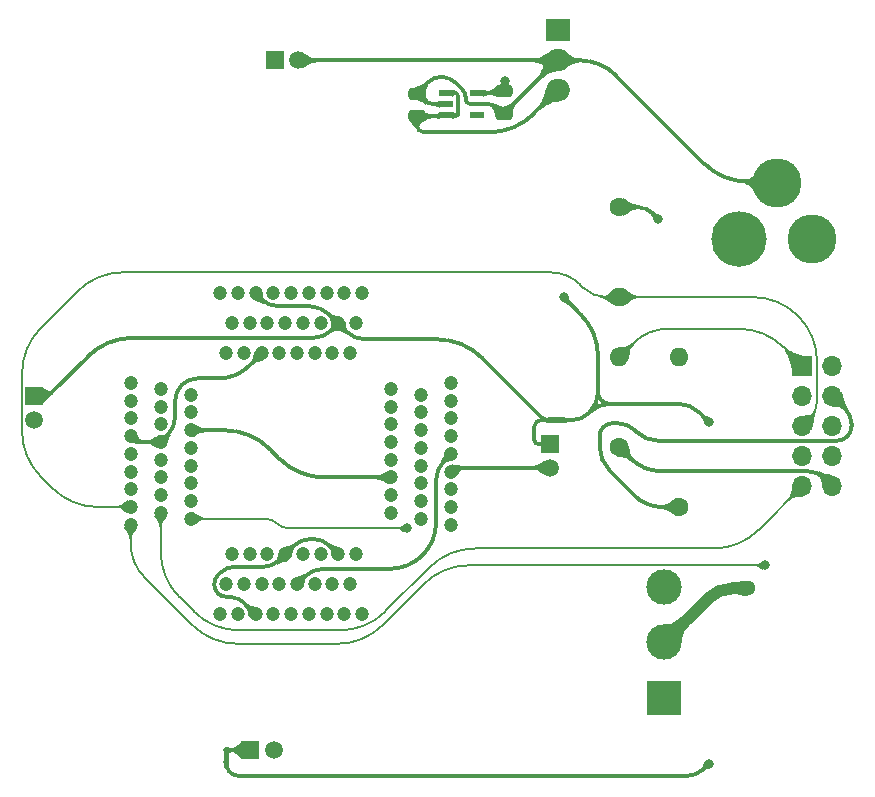
<source format=gtl>
%TF.GenerationSoftware,KiCad,Pcbnew,8.0.7*%
%TF.CreationDate,2025-02-09T12:46:03+02:00*%
%TF.ProjectId,EPM570 Programmer,45504d35-3730-4205-9072-6f6772616d6d,V0*%
%TF.SameCoordinates,Original*%
%TF.FileFunction,Copper,L1,Top*%
%TF.FilePolarity,Positive*%
%FSLAX46Y46*%
G04 Gerber Fmt 4.6, Leading zero omitted, Abs format (unit mm)*
G04 Created by KiCad (PCBNEW 8.0.7) date 2025-02-09 12:46:03*
%MOMM*%
%LPD*%
G01*
G04 APERTURE LIST*
G04 Aperture macros list*
%AMRoundRect*
0 Rectangle with rounded corners*
0 $1 Rounding radius*
0 $2 $3 $4 $5 $6 $7 $8 $9 X,Y pos of 4 corners*
0 Add a 4 corners polygon primitive as box body*
4,1,4,$2,$3,$4,$5,$6,$7,$8,$9,$2,$3,0*
0 Add four circle primitives for the rounded corners*
1,1,$1+$1,$2,$3*
1,1,$1+$1,$4,$5*
1,1,$1+$1,$6,$7*
1,1,$1+$1,$8,$9*
0 Add four rect primitives between the rounded corners*
20,1,$1+$1,$2,$3,$4,$5,0*
20,1,$1+$1,$4,$5,$6,$7,0*
20,1,$1+$1,$6,$7,$8,$9,0*
20,1,$1+$1,$8,$9,$2,$3,0*%
G04 Aperture macros list end*
%TA.AperFunction,EtchedComponent*%
%ADD10C,0.000000*%
%TD*%
%TA.AperFunction,SMDPad,CuDef*%
%ADD11R,1.150000X0.600000*%
%TD*%
%TA.AperFunction,SMDPad,CuDef*%
%ADD12RoundRect,0.250000X-0.475000X0.250000X-0.475000X-0.250000X0.475000X-0.250000X0.475000X0.250000X0*%
%TD*%
%TA.AperFunction,SMDPad,CuDef*%
%ADD13RoundRect,0.250000X0.475000X-0.250000X0.475000X0.250000X-0.475000X0.250000X-0.475000X-0.250000X0*%
%TD*%
%TA.AperFunction,ComponentPad*%
%ADD14R,1.500000X1.500000*%
%TD*%
%TA.AperFunction,ComponentPad*%
%ADD15C,1.500000*%
%TD*%
%TA.AperFunction,SMDPad,CuDef*%
%ADD16C,0.500000*%
%TD*%
%TA.AperFunction,ComponentPad*%
%ADD17C,4.700000*%
%TD*%
%TA.AperFunction,ComponentPad*%
%ADD18C,4.150000*%
%TD*%
%TA.AperFunction,ComponentPad*%
%ADD19R,3.000000X3.000000*%
%TD*%
%TA.AperFunction,ComponentPad*%
%ADD20C,3.000000*%
%TD*%
%TA.AperFunction,ComponentPad*%
%ADD21R,2.000000X1.905000*%
%TD*%
%TA.AperFunction,ComponentPad*%
%ADD22O,2.000000X1.905000*%
%TD*%
%TA.AperFunction,ComponentPad*%
%ADD23C,1.600000*%
%TD*%
%TA.AperFunction,ComponentPad*%
%ADD24O,1.600000X1.600000*%
%TD*%
%TA.AperFunction,ComponentPad*%
%ADD25R,1.700000X1.700000*%
%TD*%
%TA.AperFunction,ComponentPad*%
%ADD26O,1.700000X1.700000*%
%TD*%
%TA.AperFunction,ComponentPad*%
%ADD27C,1.200000*%
%TD*%
%TA.AperFunction,ViaPad*%
%ADD28C,0.800000*%
%TD*%
%TA.AperFunction,ViaPad*%
%ADD29C,1.300000*%
%TD*%
%TA.AperFunction,Conductor*%
%ADD30C,0.380000*%
%TD*%
%TA.AperFunction,Conductor*%
%ADD31C,1.000000*%
%TD*%
%TA.AperFunction,Conductor*%
%ADD32C,0.200000*%
%TD*%
G04 APERTURE END LIST*
D10*
%TA.AperFunction,EtchedComponent*%
%TO.C,NT4*%
G36*
X6510000Y-39091000D02*
G01*
X6010000Y-39091000D01*
X6010000Y-38091000D01*
X6510000Y-38091000D01*
X6510000Y-39091000D01*
G37*
%TD.AperFunction*%
%TA.AperFunction,EtchedComponent*%
%TO.C,NT5*%
G36*
X34692000Y-10393000D02*
G01*
X33692000Y-10393000D01*
X33692000Y-9893000D01*
X34692000Y-9893000D01*
X34692000Y-10393000D01*
G37*
%TD.AperFunction*%
%TD*%
D11*
%TO.P,IC1,1,6VIn*%
%TO.N,/5V*%
X24864000Y17548000D03*
%TO.P,IC1,2,GND*%
%TO.N,/GND*%
X24864000Y16598000D03*
%TO.P,IC1,3,EN*%
%TO.N,/5V*%
X24864000Y15648000D03*
%TO.P,IC1,4,ADJ*%
%TO.N,unconnected-(IC1-ADJ-Pad4)*%
X27464000Y15648000D03*
%TO.P,IC1,5,3.3VOut*%
%TO.N,/3.3V*%
X27464000Y17548000D03*
%TD*%
D12*
%TO.P,C6,1*%
%TO.N,/3.3V*%
X29718000Y17698000D03*
%TO.P,C6,2*%
%TO.N,/GND*%
X29718000Y15798000D03*
%TD*%
D13*
%TO.P,C5,1*%
%TO.N,/5V*%
X22354000Y15587000D03*
%TO.P,C5,2*%
%TO.N,/GND*%
X22354000Y17487000D03*
%TD*%
D14*
%TO.P,C1,1*%
%TO.N,/VCCINT*%
X10356000Y20320000D03*
D15*
%TO.P,C1,2*%
%TO.N,/GND*%
X12356000Y20320000D03*
%TD*%
D16*
%TO.P,NT4,1,1*%
%TO.N,/3.3V*%
X6260000Y-39091000D03*
%TO.P,NT4,2,2*%
%TO.N,/VCCINT*%
X6260000Y-38091000D03*
%TD*%
D17*
%TO.P,J2,INNER,VCC*%
%TO.N,/12V Socket*%
X49657000Y5207000D03*
D18*
%TO.P,J2,SHL1,GND*%
%TO.N,/GND*%
X52857000Y9907000D03*
%TO.P,J2,SHL2,GND*%
X55857000Y5207000D03*
%TD*%
D19*
%TO.P,S2,1,P1*%
%TO.N,/12V*%
X43344000Y-33638000D03*
D20*
%TO.P,S2,2,CM*%
%TO.N,/12V Socket*%
X43344000Y-28939000D03*
%TO.P,S2,3,P2*%
%TO.N,unconnected-(S2-P2-Pad3)*%
X43344000Y-24240000D03*
%TD*%
D21*
%TO.P,U1,1,IN*%
%TO.N,/12V*%
X34290000Y22860000D03*
D22*
%TO.P,U1,2,GND*%
%TO.N,/GND*%
X34290000Y20320000D03*
%TO.P,U1,3,OUT*%
%TO.N,/5V*%
X34290000Y17780000D03*
%TD*%
D23*
%TO.P,R1,1*%
%TO.N,Net-(J3-Pin_4)*%
X44614000Y-17509000D03*
D24*
%TO.P,R1,2*%
%TO.N,/5V*%
X44614000Y-4809000D03*
%TD*%
D14*
%TO.P,C3,1*%
%TO.N,/VCCIO*%
X33692000Y-12191000D03*
D15*
%TO.P,C3,2*%
%TO.N,/GND*%
X33692000Y-14191000D03*
%TD*%
D25*
%TO.P,J3,1,Pin_1*%
%TO.N,/TCK*%
X55028000Y-5571000D03*
D26*
%TO.P,J3,2,Pin_2*%
%TO.N,/GND*%
X57568000Y-5571000D03*
%TO.P,J3,3,Pin_3*%
%TO.N,/TDO*%
X55028000Y-8111000D03*
%TO.P,J3,4,Pin_4*%
%TO.N,Net-(J3-Pin_4)*%
X57568000Y-8111000D03*
%TO.P,J3,5,Pin_5*%
%TO.N,/TMS*%
X55028000Y-10651000D03*
%TO.P,J3,6,Pin_6*%
%TO.N,unconnected-(J3-Pin_6-Pad6)*%
X57568000Y-10651000D03*
%TO.P,J3,7,Pin_7*%
%TO.N,unconnected-(J3-Pin_7-Pad7)*%
X55028000Y-13191000D03*
%TO.P,J3,8,Pin_8*%
%TO.N,unconnected-(J3-Pin_8-Pad8)*%
X57568000Y-13191000D03*
%TO.P,J3,9,Pin_9*%
%TO.N,/TDI*%
X55028000Y-15731000D03*
%TO.P,J3,10,Pin_10*%
%TO.N,/GND*%
X57568000Y-15731000D03*
%TD*%
D23*
%TO.P,R2,1*%
%TO.N,/GND*%
X39534000Y-12429000D03*
D24*
%TO.P,R2,2*%
%TO.N,/TCK*%
X39534000Y-4809000D03*
%TD*%
D23*
%TO.P,R3,1*%
%TO.N,/5V*%
X39534000Y7891000D03*
D24*
%TO.P,R3,2*%
%TO.N,/TMS*%
X39534000Y271000D03*
%TD*%
D27*
%TO.P,J1,1,1*%
%TO.N,/IO1*%
X-1850000Y-7000000D03*
%TO.P,J1,2,2*%
%TO.N,/IO2*%
X690000Y-7500000D03*
%TO.P,J1,3,3*%
%TO.N,/IO3*%
X3230000Y-8000000D03*
%TO.P,J1,4,4*%
%TO.N,/IO4*%
X-1850000Y-8500000D03*
%TO.P,J1,5,5*%
%TO.N,/IO5*%
X690000Y-9000000D03*
%TO.P,J1,6,6*%
%TO.N,/IO6*%
X3230000Y-9500000D03*
%TO.P,J1,7,7*%
%TO.N,/IO7*%
X-1850000Y-10000000D03*
%TO.P,J1,8,8*%
%TO.N,/IO8*%
X690000Y-10500000D03*
%TO.P,J1,9,9*%
%TO.N,/VCCIO*%
X3230000Y-11000000D03*
%TO.P,J1,10,10*%
%TO.N,/GND*%
X-1850000Y-11500000D03*
%TO.P,J1,11,11*%
X690000Y-12000000D03*
%TO.P,J1,12,12*%
%TO.N,/IO12{slash}GCLK0*%
X3230000Y-12500000D03*
%TO.P,J1,13,13*%
%TO.N,/VCCINT*%
X-1850000Y-13000000D03*
%TO.P,J1,14,14*%
%TO.N,/IO14{slash}GCLK1*%
X690000Y-13500000D03*
%TO.P,J1,15,15*%
%TO.N,/IO15*%
X3230000Y-14000000D03*
%TO.P,J1,16,16*%
%TO.N,/IO16*%
X-1850000Y-14500000D03*
%TO.P,J1,17,17*%
%TO.N,/IO17*%
X690000Y-15000000D03*
%TO.P,J1,18,18*%
%TO.N,/IO18*%
X3230000Y-15500000D03*
%TO.P,J1,19,19*%
%TO.N,/IO19*%
X-1850000Y-16000000D03*
%TO.P,J1,20,20*%
%TO.N,/IO20*%
X690000Y-16500000D03*
%TO.P,J1,21,21*%
%TO.N,/IO21*%
X3230000Y-17000000D03*
%TO.P,J1,22,22*%
%TO.N,/TMS*%
X-1850000Y-17500000D03*
%TO.P,J1,23,23*%
%TO.N,/TDI*%
X690000Y-18000000D03*
%TO.P,J1,24,24*%
%TO.N,/TCK*%
X3230000Y-18500000D03*
%TO.P,J1,25,25*%
%TO.N,/TDO*%
X-1850000Y-19000000D03*
%TO.P,J1,26,26*%
%TO.N,/IO26*%
X5730000Y-26580000D03*
%TO.P,J1,27,27*%
%TO.N,/IO27*%
X6230000Y-24040000D03*
%TO.P,J1,28,28*%
%TO.N,/IO28*%
X6730000Y-21500000D03*
%TO.P,J1,29,29*%
%TO.N,/IO29*%
X7230000Y-26580000D03*
%TO.P,J1,30,30*%
%TO.N,/IO30*%
X7730000Y-24040000D03*
%TO.P,J1,31,31*%
%TO.N,/VCCIO*%
X8230000Y-21500000D03*
%TO.P,J1,32,32*%
%TO.N,/GND*%
X8730000Y-26580000D03*
%TO.P,J1,33,33*%
%TO.N,/IO33*%
X9230000Y-24040000D03*
%TO.P,J1,34,34*%
%TO.N,/IO34*%
X9730000Y-21500000D03*
%TO.P,J1,35,35*%
%TO.N,/IO35*%
X10230000Y-26580000D03*
%TO.P,J1,36,36*%
%TO.N,/IO36*%
X10730000Y-24040000D03*
%TO.P,J1,37,37*%
%TO.N,/GND*%
X11230000Y-21500000D03*
%TO.P,J1,38,38*%
%TO.N,/IO38*%
X11730000Y-26580000D03*
%TO.P,J1,39,39*%
%TO.N,/VCCINT*%
X12230000Y-24040000D03*
%TO.P,J1,40,40*%
%TO.N,/IO40*%
X12730000Y-21500000D03*
%TO.P,J1,41,41*%
%TO.N,/IO41*%
X13230000Y-26580000D03*
%TO.P,J1,42,42*%
%TO.N,/IO42*%
X13730000Y-24040000D03*
%TO.P,J1,43,43*%
%TO.N,/IO43{slash}DEV OE*%
X14230000Y-21500000D03*
%TO.P,J1,44,44*%
%TO.N,/IO44{slash}DEV CLR*%
X14730000Y-26580000D03*
%TO.P,J1,45,45*%
%TO.N,/VCCIO*%
X15230000Y-24040000D03*
%TO.P,J1,46,46*%
%TO.N,/GND*%
X15730000Y-21500000D03*
%TO.P,J1,47,47*%
%TO.N,/IO47*%
X16230000Y-26580000D03*
%TO.P,J1,48,48*%
%TO.N,/IO48*%
X16730000Y-24040000D03*
%TO.P,J1,49,49*%
%TO.N,/IO49*%
X17230000Y-21500000D03*
%TO.P,J1,50,50*%
%TO.N,/IO50*%
X17730000Y-26580000D03*
%TO.P,J1,51,51*%
%TO.N,/IO51*%
X25310000Y-19000000D03*
%TO.P,J1,52,52*%
%TO.N,/IO52*%
X22770000Y-18500000D03*
%TO.P,J1,53,53*%
%TO.N,/IO53*%
X20230000Y-18000000D03*
%TO.P,J1,54,54*%
%TO.N,/IO54*%
X25310000Y-17500000D03*
%TO.P,J1,55,55*%
%TO.N,/IO55*%
X22770000Y-17000000D03*
%TO.P,J1,56,56*%
%TO.N,/IO56*%
X20230000Y-16500000D03*
%TO.P,J1,57,57*%
%TO.N,/IO57*%
X25310000Y-16000000D03*
%TO.P,J1,58,58*%
%TO.N,/IO58*%
X22770000Y-15500000D03*
%TO.P,J1,59,59*%
%TO.N,/VCCIO*%
X20230000Y-15000000D03*
%TO.P,J1,60,60*%
%TO.N,/GND*%
X25310000Y-14500000D03*
%TO.P,J1,61,61*%
%TO.N,/IO61*%
X22770000Y-14000000D03*
%TO.P,J1,62,62*%
%TO.N,/IO62{slash}GCLK2*%
X20230000Y-13500000D03*
%TO.P,J1,63,63*%
%TO.N,/VCCINT*%
X25310000Y-13000000D03*
%TO.P,J1,64,64*%
%TO.N,/IO64{slash}GCLK3*%
X22770000Y-12500000D03*
%TO.P,J1,65,65*%
%TO.N,/GND*%
X20230000Y-12000000D03*
%TO.P,J1,66,66*%
%TO.N,/IO66*%
X25310000Y-11500000D03*
%TO.P,J1,67,67*%
%TO.N,/IO67*%
X22770000Y-11000000D03*
%TO.P,J1,68,68*%
%TO.N,/IO68*%
X20230000Y-10500000D03*
%TO.P,J1,69,69*%
%TO.N,/IO69*%
X25310000Y-10000000D03*
%TO.P,J1,70,70*%
%TO.N,/IO70*%
X22770000Y-9500000D03*
%TO.P,J1,71,71*%
%TO.N,/IO71*%
X20230000Y-9000000D03*
%TO.P,J1,72,72*%
%TO.N,/IO72*%
X25310000Y-8500000D03*
%TO.P,J1,73,73*%
%TO.N,/IO73*%
X22770000Y-8000000D03*
%TO.P,J1,74,74*%
%TO.N,/IO74*%
X20230000Y-7500000D03*
%TO.P,J1,75,75*%
%TO.N,/IO75*%
X25310000Y-7000000D03*
%TO.P,J1,76,76*%
%TO.N,/IO76*%
X17730000Y580000D03*
%TO.P,J1,77,77*%
%TO.N,/IO77*%
X17230000Y-1960000D03*
%TO.P,J1,78,78*%
%TO.N,/IO78*%
X16730000Y-4500000D03*
%TO.P,J1,79,79*%
%TO.N,/GND*%
X16230000Y580000D03*
%TO.P,J1,80,80*%
%TO.N,/VCCIO*%
X15730000Y-1960000D03*
%TO.P,J1,81,81*%
%TO.N,/IO81*%
X15230000Y-4500000D03*
%TO.P,J1,82,82*%
%TO.N,/IO82*%
X14730000Y580000D03*
%TO.P,J1,83,83*%
%TO.N,/IO83*%
X14230000Y-1960000D03*
%TO.P,J1,84,84*%
%TO.N,/IO84*%
X13730000Y-4500000D03*
%TO.P,J1,85,85*%
%TO.N,/IO85*%
X13230000Y580000D03*
%TO.P,J1,86,86*%
%TO.N,/IO86*%
X12730000Y-1960000D03*
%TO.P,J1,87,87*%
%TO.N,/IO87*%
X12230000Y-4500000D03*
%TO.P,J1,88,88*%
%TO.N,/VCCINT*%
X11730000Y580000D03*
%TO.P,J1,89,89*%
%TO.N,/IO89*%
X11230000Y-1960000D03*
%TO.P,J1,90,90*%
%TO.N,/IO90*%
X10730000Y-4500000D03*
%TO.P,J1,91,91*%
%TO.N,/IO91*%
X10230000Y580000D03*
%TO.P,J1,92,92*%
%TO.N,/IO92*%
X9730000Y-1960000D03*
%TO.P,J1,93,93*%
%TO.N,/GND*%
X9230000Y-4500000D03*
%TO.P,J1,94,94*%
%TO.N,/VCCIO*%
X8730000Y580000D03*
%TO.P,J1,95,95*%
%TO.N,/IO95*%
X8230000Y-1960000D03*
%TO.P,J1,96,96*%
%TO.N,/IO96*%
X7730000Y-4500000D03*
%TO.P,J1,97,97*%
%TO.N,/IO97*%
X7230000Y580000D03*
%TO.P,J1,98,98*%
%TO.N,/IO98*%
X6730000Y-1960000D03*
%TO.P,J1,99,99*%
%TO.N,/IO99*%
X6230000Y-4500000D03*
%TO.P,J1,100,100*%
%TO.N,/IO100*%
X5730000Y580000D03*
%TD*%
D14*
%TO.P,C2,1*%
%TO.N,/VCCINT*%
X8292000Y-38083000D03*
D15*
%TO.P,C2,2*%
%TO.N,/GND*%
X10292000Y-38083000D03*
%TD*%
D16*
%TO.P,NT5,1,1*%
%TO.N,/3.3V*%
X34692000Y-10143000D03*
%TO.P,NT5,2,2*%
%TO.N,/VCCIO*%
X33692000Y-10143000D03*
%TD*%
D14*
%TO.P,C4,1*%
%TO.N,/VCCIO*%
X-9996000Y-8127000D03*
D15*
%TO.P,C4,2*%
%TO.N,/GND*%
X-9996000Y-10127000D03*
%TD*%
D28*
%TO.N,/3.3V*%
X29845000Y18542000D03*
X34798000Y254000D03*
X47085700Y-10287000D03*
%TO.N,/TDO*%
X51862000Y-22438300D03*
%TO.N,/TCK*%
X21542400Y-19287800D03*
%TO.N,/3.3V*%
X47085700Y-39224700D03*
%TO.N,/5V*%
X42813900Y6887400D03*
D29*
%TO.N,/12V Socket*%
X50376500Y-24385200D03*
%TD*%
D30*
%TO.N,/3.3V*%
X46568550Y-39741850D02*
G75*
G02*
X45320039Y-40259016I-1248550J1248550D01*
G01*
X46323700Y-9525000D02*
G75*
G03*
X44484069Y-8763013I-1839600J-1839600D01*
G01*
X37028999Y-9452999D02*
G75*
G03*
X37718996Y-7787192I-1665799J1665799D01*
G01*
X38694807Y-8763000D02*
G75*
G03*
X37028998Y-9452998I-7J-2355800D01*
G01*
X37719000Y-7787192D02*
G75*
G03*
X38694807Y-8763000I975800J-8D01*
G01*
X6260000Y-39376000D02*
G75*
G03*
X6461536Y-39862514I688000J0D01*
G01*
X36258500Y-1206500D02*
G75*
G02*
X37719017Y-4732458I-3526000J-3526000D01*
G01*
X36921302Y-9560697D02*
G75*
G02*
X35515500Y-10143001I-1405802J1405797D01*
G01*
X6559000Y-39960000D02*
G75*
G03*
X7280849Y-40259000I721850J721850D01*
G01*
%TO.N,/5V*%
X25764878Y17483878D02*
G75*
G02*
X25828989Y17329073I-154778J-154778D01*
G01*
X22543500Y14413500D02*
G75*
G03*
X23000993Y14223997I457500J457500D01*
G01*
X25824000Y15653000D02*
G75*
G02*
X25811928Y15647988I-12100J12100D01*
G01*
X42312100Y7389200D02*
G75*
G03*
X41100647Y7891020I-1211500J-1211500D01*
G01*
X22354000Y14870993D02*
G75*
G03*
X22543502Y14413502I647000J7D01*
G01*
X25829000Y15665071D02*
G75*
G02*
X25823992Y15653008I-17100J29D01*
G01*
X25764878Y17483878D02*
G75*
G03*
X25610073Y17547989I-154778J-154778D01*
G01*
X32327792Y15817792D02*
G75*
G02*
X28480036Y14223989I-3847792J3847808D01*
G01*
%TO.N,/VCCINT*%
X22860000Y-21590000D02*
G75*
G02*
X20100553Y-22732999I-2759450J2759460D01*
G01*
X24003000Y-18830553D02*
G75*
G02*
X22860001Y-21590001I-3902460J3D01*
G01*
X24656500Y-13653500D02*
G75*
G03*
X24002995Y-15231188I1577700J-1577700D01*
G01*
X14461188Y-22733000D02*
G75*
G03*
X12883503Y-23386503I12J-2231200D01*
G01*
%TO.N,/GND*%
X46723841Y11569158D02*
G75*
G03*
X50389000Y10050994I3665159J3665142D01*
G01*
X5522450Y-24810550D02*
G75*
G03*
X6232832Y-25104787I710350J710350D01*
G01*
X26247269Y17821729D02*
G75*
G02*
X26498987Y17214000I-607769J-607729D01*
G01*
X15076500Y-20846500D02*
G75*
G03*
X13498811Y-20192995I-1577700J-1577700D01*
G01*
X26609500Y16747500D02*
G75*
G03*
X26876270Y16636988I266800J266800D01*
G01*
X26499000Y17014270D02*
G75*
G03*
X26609509Y16747509I377300J30D01*
G01*
X8178000Y-5552000D02*
G75*
G02*
X5638247Y-6603996I-2539750J2539760D01*
G01*
X22798500Y17931500D02*
G75*
G03*
X22798500Y17042500I444500J-444500D01*
G01*
X5559656Y-23247343D02*
G75*
G03*
X5228246Y-24047550I800244J-800157D01*
G01*
X7763245Y-25613245D02*
G75*
G03*
X6535750Y-25104800I-1227495J-1227495D01*
G01*
X40549250Y-13444250D02*
G75*
G03*
X43000280Y-14459508I2451050J2451050D01*
G01*
X10697500Y-22032500D02*
G75*
G02*
X9411931Y-22565013I-1285600J1285600D01*
G01*
X39275137Y19017862D02*
G75*
G03*
X36131500Y20319992I-3143637J-3143662D01*
G01*
X29298500Y16217500D02*
G75*
G03*
X28285737Y16637015I-1012800J-1012800D01*
G01*
X25625418Y18443581D02*
G75*
G03*
X24468000Y18923010I-1157418J-1157381D01*
G01*
X2469575Y-7168575D02*
G75*
G03*
X1904997Y-8531579I1362995J-1363005D01*
G01*
X56932250Y-15095250D02*
G75*
G03*
X55397413Y-14459494I-1534850J-1534850D01*
G01*
X13461188Y-20193000D02*
G75*
G03*
X11883503Y-20846503I12J-2231200D01*
G01*
X6958864Y-22565000D02*
G75*
G03*
X5735099Y-23071899I-4J-1730660D01*
G01*
X3832579Y-6604000D02*
G75*
G03*
X2469577Y-7168577I1J-1927570D01*
G01*
X24468000Y18923000D02*
G75*
G03*
X23310589Y18443573I0J-1636800D01*
G01*
X25837495Y-14191000D02*
G75*
G03*
X25464501Y-14345501I5J-527500D01*
G01*
X-1600000Y-11750000D02*
G75*
G03*
X-996446Y-12000000I603555J603556D01*
G01*
X22798500Y17042500D02*
G75*
G03*
X23871617Y16598007I1073100J1073100D01*
G01*
X5228200Y-24100167D02*
G75*
G03*
X5522447Y-24810553I1004640J-3D01*
G01*
X1905000Y-9925865D02*
G75*
G02*
X1297500Y-11392500I-2074146J4D01*
G01*
%TO.N,/VCCIO*%
X32495500Y-10303500D02*
G75*
G03*
X32334992Y-10690981I387500J-387500D01*
G01*
X32882981Y-10143000D02*
G75*
G03*
X32495505Y-10303505I19J-548000D01*
G01*
X14992400Y-1222400D02*
G75*
G03*
X13211676Y-484810I-1780700J-1780700D01*
G01*
X15122500Y-2567500D02*
G75*
G02*
X13655865Y-3174986I-1466600J1466600D01*
G01*
X32442650Y-12083350D02*
G75*
G03*
X32702540Y-12190983I259850J259850D01*
G01*
X-1648336Y-3175000D02*
G75*
G03*
X-5496092Y-4768792I1J-5441552D01*
G01*
X27926792Y-4895792D02*
G75*
G03*
X24079036Y-3302003I-3847752J-3847758D01*
G01*
X9926792Y-12593792D02*
G75*
G03*
X6079036Y-11000003I-3847752J-3847758D01*
G01*
X16401000Y-2631000D02*
G75*
G03*
X18020937Y-3301985I1619900J1619900D01*
G01*
X32915000Y-10143000D02*
G75*
G03*
X32990882Y-9959836I0J107300D01*
G01*
X32990859Y-9959859D02*
G75*
G03*
X33433000Y-10142995I442141J442159D01*
G01*
X9262400Y47600D02*
G75*
G03*
X10547727Y-484789I1285300J1285300D01*
G01*
X32335000Y-11823459D02*
G75*
G03*
X32442638Y-12083362I367500J-41D01*
G01*
X10739207Y-13406207D02*
G75*
G03*
X14586963Y-15000004I3847763J3847757D01*
G01*
X-8450648Y-7723348D02*
G75*
G02*
X-9425150Y-8127000I-974503J974503D01*
G01*
X33433000Y-10143000D02*
X32915000Y-10143000D01*
D31*
%TO.N,/12V Socket*%
X49137150Y-24385200D02*
G75*
G03*
X47021434Y-25261539I-50J-2992000D01*
G01*
D30*
%TO.N,Net-(J3-Pin_4)*%
X40997500Y-11152500D02*
G75*
G03*
X42780396Y-11891001I1782900J1782900D01*
G01*
X38163500Y-10731500D02*
G75*
G03*
X37846005Y-11498012I766500J-766500D01*
G01*
X37846000Y-12319000D02*
G75*
G03*
X38744015Y-14487035I3066100J0D01*
G01*
X38930012Y-10414000D02*
G75*
G03*
X38163496Y-10731496I-12J-1084000D01*
G01*
X58824500Y-11533500D02*
G75*
G02*
X57961418Y-11891008I-863100J863100D01*
G01*
X58668994Y-9211994D02*
G75*
G02*
X59182003Y-10450500I-1238494J-1238506D01*
G01*
X59182000Y-10670418D02*
G75*
G02*
X58824495Y-11533495I-1220600J18D01*
G01*
X40887617Y-11042617D02*
G75*
G03*
X39370000Y-10413989I-1517617J-1517583D01*
G01*
X40759079Y-16502079D02*
G75*
G03*
X43190000Y-17509012I2430921J2430879D01*
G01*
D32*
%TO.N,/TCK*%
X10528100Y-18893900D02*
G75*
G03*
X9577141Y-18499983I-951000J-951000D01*
G01*
X10528100Y-18893900D02*
G75*
G03*
X11479058Y-19287817I951000J951000D01*
G01*
X43624227Y-2413000D02*
G75*
G03*
X40731992Y-3610992I-27J-4090200D01*
G01*
X53449000Y-3992000D02*
G75*
G03*
X49636956Y-2413018I-3812000J-3812000D01*
G01*
%TO.N,/TDI*%
X51338292Y-19420707D02*
G75*
G02*
X47490536Y-21014510I-3847792J3847807D01*
G01*
X27307263Y-21014500D02*
G75*
G03*
X23459506Y-22608291I-3J-5441550D01*
G01*
X3486207Y-26346207D02*
G75*
G03*
X7333963Y-27940004I3847763J3847757D01*
G01*
X19721592Y-26346207D02*
G75*
G02*
X15873836Y-27940001I-3847762J3847767D01*
G01*
X690100Y-21296136D02*
G75*
G03*
X2283892Y-25143892I5441552J1D01*
G01*
%TO.N,/TDO*%
X26805663Y-22438300D02*
G75*
G03*
X22957906Y-24032091I-3J-5441550D01*
G01*
X3359207Y-27489207D02*
G75*
G03*
X7206963Y-29083004I3847763J3847757D01*
G01*
X19500792Y-27489207D02*
G75*
G02*
X15653036Y-29083001I-3847762J3847767D01*
G01*
X-1850000Y-20640000D02*
G75*
G03*
X-690344Y-23439655I3959310J0D01*
G01*
%TO.N,/TMS*%
X36226849Y1318849D02*
G75*
G03*
X33697116Y2366705I-2529749J-2529749D01*
G01*
X54667207Y-1327207D02*
G75*
G02*
X56261011Y-5174963I-3847807J-3847793D01*
G01*
X-9455407Y-2343407D02*
G75*
G03*
X-11049200Y-6191163I3847761J-3847758D01*
G01*
X-2491336Y2366700D02*
G75*
G03*
X-6339092Y772907I4J-5441559D01*
G01*
X36475916Y1069783D02*
G75*
G03*
X38404350Y271030I1928384J1928417D01*
G01*
X54662792Y-1322792D02*
G75*
G03*
X50815036Y271040I-3847792J-3847708D01*
G01*
X56261000Y-8546137D02*
G75*
G02*
X55644489Y-10034489I-2104900J37D01*
G01*
X-11049200Y-11080836D02*
G75*
G03*
X-9455406Y-14928592I5441554J3D01*
G01*
X-8477792Y-15906207D02*
G75*
G03*
X-4630036Y-17500000I3847760J3847766D01*
G01*
D30*
%TO.N,/3.3V*%
X34798000Y254000D02*
X36258500Y-1206500D01*
X37719000Y-7787192D02*
X37719000Y-4732458D01*
X29845000Y18542000D02*
X29845000Y17825000D01*
X46323700Y-9525000D02*
X47085700Y-10287000D01*
X37028999Y-9452999D02*
X36921302Y-9560697D01*
X35515500Y-10143000D02*
X34692000Y-10143000D01*
X44484069Y-8763000D02*
X38694807Y-8763000D01*
%TO.N,/GND*%
X22798500Y17931500D02*
X23310581Y18443581D01*
X26247269Y17821729D02*
X25625418Y18443581D01*
X26499000Y17214000D02*
X26499000Y17014270D01*
X26876270Y16637000D02*
X28285737Y16637000D01*
X29298500Y16217500D02*
X29718000Y15798000D01*
%TO.N,/5V*%
X25610073Y17548000D02*
X24864000Y17548000D01*
X25829000Y17329073D02*
X25829000Y15665071D01*
X25811928Y15648000D02*
X24864000Y15648000D01*
%TO.N,/3.3V*%
X27464000Y17548000D02*
X29568000Y17548000D01*
%TO.N,/GND*%
X23871617Y16598000D02*
X24864000Y16598000D01*
%TO.N,/5V*%
X22354000Y15587000D02*
X24803000Y15587000D01*
X22354000Y15587000D02*
X22354000Y14870993D01*
X23000993Y14224000D02*
X28480036Y14224000D01*
X32327792Y15817792D02*
X34290000Y17780000D01*
%TO.N,/GND*%
X29718000Y15798000D02*
X34240000Y20320000D01*
X5638247Y-6604000D02*
X3832579Y-6604000D01*
X8178000Y-5552000D02*
X9230000Y-4500000D01*
X1905000Y-8531579D02*
X1905000Y-9925865D01*
X690000Y-12000000D02*
X1297500Y-11392500D01*
%TO.N,Net-(J3-Pin_4)*%
X58668994Y-9211994D02*
X57568000Y-8111000D01*
X59182000Y-10450500D02*
X59182000Y-10670418D01*
X40997500Y-11152500D02*
X40887617Y-11042617D01*
X42780396Y-11891000D02*
X57961418Y-11891000D01*
X38930012Y-10414000D02*
X39370000Y-10414000D01*
X37846000Y-11498012D02*
X37846000Y-12319000D01*
X43190000Y-17509000D02*
X44614000Y-17509000D01*
X38744025Y-14487025D02*
X40759079Y-16502079D01*
%TO.N,/VCCIO*%
X15122500Y-2567500D02*
X15730000Y-1960000D01*
X13655865Y-3175000D02*
X-1648336Y-3175000D01*
X-5496092Y-4768792D02*
X-8450648Y-7723348D01*
X-9425150Y-8127000D02*
X-9996000Y-8127000D01*
X16401000Y-2631000D02*
X15730000Y-1960000D01*
X24079036Y-3302000D02*
X18020937Y-3302000D01*
X27926792Y-4895792D02*
X32990859Y-9959859D01*
X32882981Y-10143000D02*
X32915000Y-10143000D01*
X13211676Y-484800D02*
X10547727Y-484800D01*
X32335000Y-10690981D02*
X32335000Y-11823459D01*
X14586963Y-15000000D02*
X20230000Y-15000000D01*
X9262400Y47600D02*
X8730000Y580000D01*
X6079036Y-11000000D02*
X3230000Y-11000000D01*
X33433000Y-10143000D02*
X33692000Y-10143000D01*
X14992400Y-1222400D02*
X15730000Y-1960000D01*
X32702540Y-12191000D02*
X33692000Y-12191000D01*
X9926792Y-12593792D02*
X10739207Y-13406207D01*
%TO.N,/GND*%
X10697500Y-22032500D02*
X11230000Y-21500000D01*
X36131500Y20320000D02*
X34290000Y20320000D01*
X5228200Y-24047550D02*
X5228200Y-24100167D01*
X6232832Y-25104800D02*
X6535750Y-25104800D01*
X5559656Y-23247343D02*
X5735100Y-23071900D01*
X25837495Y-14191000D02*
X33692000Y-14191000D01*
X50389000Y10051000D02*
X52536000Y10051000D01*
X11230000Y-21500000D02*
X11883500Y-20846500D01*
X46723841Y11569158D02*
X39275137Y19017862D01*
X13498811Y-20193000D02*
X13461188Y-20193000D01*
X690000Y-12000000D02*
X-996446Y-12000000D01*
X56932250Y-15095250D02*
X57568000Y-15731000D01*
X7763245Y-25613245D02*
X8730000Y-26580000D01*
X40549250Y-13444250D02*
X39534000Y-12429000D01*
X9411931Y-22565000D02*
X6958864Y-22565000D01*
X34290000Y20320000D02*
X12356000Y20320000D01*
X15076500Y-20846500D02*
X15730000Y-21500000D01*
X43000280Y-14459500D02*
X55397413Y-14459500D01*
D32*
%TO.N,/TMS*%
X-4630036Y-17500000D02*
X-1850000Y-17500000D01*
X-11049200Y-6191163D02*
X-11049200Y-11080836D01*
X56261000Y-5174963D02*
X56261000Y-8546137D01*
X-9455406Y-14928592D02*
X-8477792Y-15906207D01*
X33697116Y2366700D02*
X-2491336Y2366700D01*
X55644500Y-10034500D02*
X55028000Y-10651000D01*
X36226849Y1318849D02*
X36475916Y1069783D01*
X54667207Y-1327207D02*
X54662792Y-1322792D01*
X-9455407Y-2343407D02*
X-6339092Y772907D01*
X39534000Y271000D02*
X50815036Y270999D01*
X38404350Y271000D02*
X39534000Y271000D01*
%TO.N,/TDO*%
X7206963Y-29083000D02*
X15653036Y-29083000D01*
X26805663Y-22438300D02*
X51862000Y-22438300D01*
X22957907Y-24032092D02*
X19500792Y-27489207D01*
X-1850000Y-20640000D02*
X-1850000Y-19000000D01*
X3359207Y-27489207D02*
X-690344Y-23439655D01*
%TO.N,/TDI*%
X23459507Y-22608292D02*
X19721592Y-26346207D01*
X51338292Y-19420707D02*
X55028000Y-15731000D01*
X3486207Y-26346207D02*
X2283892Y-25143892D01*
X690100Y-21296136D02*
X690100Y-18000000D01*
X7333963Y-27940000D02*
X15873836Y-27940000D01*
X47490536Y-21014500D02*
X27307263Y-21014500D01*
%TO.N,/TCK*%
X53449000Y-3992000D02*
X55028000Y-5571000D01*
X11479058Y-19287800D02*
X21542400Y-19287800D01*
X43624227Y-2413000D02*
X49636956Y-2413000D01*
X40732000Y-3611000D02*
X39534000Y-4809000D01*
X9577141Y-18500000D02*
X3230000Y-18500000D01*
D30*
%TO.N,/VCCINT*%
X24003000Y-18830553D02*
X24003000Y-15231188D01*
X8292000Y-38083000D02*
X6268000Y-38083000D01*
X20100553Y-22733000D02*
X14461188Y-22733000D01*
X24656500Y-13653500D02*
X25310000Y-13000000D01*
X12883500Y-23386500D02*
X12230000Y-24040000D01*
%TO.N,/3.3V*%
X6461525Y-39862525D02*
X6559000Y-39960000D01*
X45320039Y-40259000D02*
X7280849Y-40259000D01*
X46568550Y-39741850D02*
X47085700Y-39224700D01*
X6260000Y-39376000D02*
X6260000Y-39091000D01*
%TO.N,/5V*%
X41100647Y7891000D02*
X39534000Y7891000D01*
X42312100Y7389200D02*
X42813900Y6887400D01*
D31*
%TO.N,/12V Socket*%
X50376500Y-24385200D02*
X49137150Y-24385200D01*
X47021447Y-25261552D02*
X43344000Y-28939000D01*
%TD*%
%TA.AperFunction,Conductor*%
%TO.N,/GND*%
G36*
X28860576Y16718417D02*
G01*
X28970536Y16653931D01*
X29057348Y16603021D01*
X29057353Y16603018D01*
X29057354Y16603018D01*
X29266668Y16498866D01*
X29266677Y16498862D01*
X29475987Y16413311D01*
X29685311Y16346355D01*
X29881896Y16300942D01*
X29889186Y16295741D01*
X29890663Y16286909D01*
X29890302Y16285666D01*
X29887136Y16276651D01*
X29721472Y15804872D01*
X29715498Y15798201D01*
X29711367Y15797085D01*
X29002213Y15740507D01*
X28993694Y15743265D01*
X28990153Y15748564D01*
X28940519Y15901893D01*
X28888038Y16045414D01*
X28835556Y16170336D01*
X28783075Y16276657D01*
X28733324Y16359816D01*
X28732018Y16368673D01*
X28732233Y16369422D01*
X28843531Y16711941D01*
X28849345Y16718749D01*
X28858273Y16719451D01*
X28860576Y16718417D01*
G37*
%TD.AperFunction*%
%TD*%
%TA.AperFunction,Conductor*%
%TO.N,/GND*%
G36*
X25322120Y-13900464D02*
G01*
X25583352Y-13910484D01*
X25584380Y-13910569D01*
X25777161Y-13935517D01*
X25777701Y-13935601D01*
X25851944Y-13948909D01*
X25944196Y-13965446D01*
X25944195Y-13965446D01*
X25944205Y-13965447D01*
X25944209Y-13965448D01*
X26137764Y-13990496D01*
X26400385Y-14000568D01*
X26408520Y-14004309D01*
X26411636Y-14012259D01*
X26411636Y-14370724D01*
X26408209Y-14378997D01*
X26401446Y-14382326D01*
X26203944Y-14408026D01*
X26074059Y-14483813D01*
X25980284Y-14600411D01*
X25980267Y-14600435D01*
X25881281Y-14749329D01*
X25880492Y-14750382D01*
X25742463Y-14914514D01*
X25734516Y-14918641D01*
X25725979Y-14915938D01*
X25725246Y-14915267D01*
X25312445Y-14503437D01*
X25309008Y-14495168D01*
X25309008Y-14495135D01*
X25309198Y-14381000D01*
X25309979Y-13912135D01*
X25313420Y-13903869D01*
X25321698Y-13900456D01*
X25322120Y-13900464D01*
G37*
%TD.AperFunction*%
%TD*%
%TA.AperFunction,Conductor*%
%TO.N,/GND*%
G36*
X-1418966Y-11085509D02*
G01*
X-1417723Y-11086978D01*
X-1280081Y-11280098D01*
X-1278673Y-11282738D01*
X-1204224Y-11479574D01*
X-1141936Y-11648457D01*
X-1033498Y-11765942D01*
X-1033496Y-11765942D01*
X-1033496Y-11765943D01*
X-829398Y-11808073D01*
X-821988Y-11813101D01*
X-820063Y-11819531D01*
X-820063Y-12177864D01*
X-823490Y-12186137D01*
X-831763Y-12189564D01*
X-832191Y-12189556D01*
X-1075546Y-12180658D01*
X-1076550Y-12180578D01*
X-1256766Y-12158353D01*
X-1257304Y-12158274D01*
X-1413009Y-12131682D01*
X-1413017Y-12131680D01*
X-1594012Y-12109359D01*
X-1594007Y-12109359D01*
X-1838746Y-12100411D01*
X-1846888Y-12096684D01*
X-1850018Y-12088738D01*
X-1850991Y-11504864D01*
X-1847578Y-11496586D01*
X-1847554Y-11496562D01*
X-1435512Y-11085489D01*
X-1427235Y-11082072D01*
X-1418966Y-11085509D01*
G37*
%TD.AperFunction*%
%TD*%
%TA.AperFunction,Conductor*%
%TO.N,/GND*%
G36*
X23078500Y17528841D02*
G01*
X23081849Y17523784D01*
X23134369Y17366754D01*
X23189739Y17219804D01*
X23245116Y17091438D01*
X23300488Y16981683D01*
X23352470Y16896109D01*
X23353836Y16887259D01*
X23352895Y16884723D01*
X23189092Y16563241D01*
X23182283Y16557426D01*
X23173355Y16558128D01*
X23172570Y16558568D01*
X22981108Y16676162D01*
X22778875Y16781771D01*
X22576642Y16868781D01*
X22374409Y16937190D01*
X22184801Y16983890D01*
X22177588Y16989195D01*
X22176240Y16998048D01*
X22176592Y16999213D01*
X22350496Y17480226D01*
X22356532Y17486841D01*
X22360777Y17487926D01*
X23070031Y17531751D01*
X23078500Y17528841D01*
G37*
%TD.AperFunction*%
%TD*%
%TA.AperFunction,Conductor*%
%TO.N,/VCCIO*%
G36*
X-9237784Y-7383948D02*
G01*
X-9131395Y-7473927D01*
X-9016790Y-7551564D01*
X-8961283Y-7579822D01*
X-8902196Y-7609906D01*
X-8902190Y-7609908D01*
X-8902185Y-7609911D01*
X-8787580Y-7648968D01*
X-8677658Y-7667927D01*
X-8670182Y-7672579D01*
X-8457488Y-7965329D01*
X-8455399Y-7974034D01*
X-8460078Y-7981670D01*
X-8461410Y-7982507D01*
X-8608895Y-8061887D01*
X-8768171Y-8180609D01*
X-8927447Y-8332326D01*
X-9086723Y-8517038D01*
X-9086729Y-8517047D01*
X-9086733Y-8517051D01*
X-9238748Y-8724835D01*
X-9246399Y-8729489D01*
X-9255099Y-8727370D01*
X-9255548Y-8727025D01*
X-9986696Y-8135764D01*
X-9990974Y-8127897D01*
X-9988437Y-8119309D01*
X-9987611Y-8118392D01*
X-9253610Y-7384608D01*
X-9245336Y-7381182D01*
X-9237784Y-7383948D01*
G37*
%TD.AperFunction*%
%TD*%
%TA.AperFunction,Conductor*%
%TO.N,/3.3V*%
G36*
X35165462Y402507D02*
G01*
X35171780Y396160D01*
X35171869Y395938D01*
X35228448Y250028D01*
X35228503Y249882D01*
X35271011Y135752D01*
X35316157Y41600D01*
X35384849Y-55181D01*
X35384849Y-55182D01*
X35440788Y-115552D01*
X35490381Y-169073D01*
X35493491Y-177470D01*
X35490072Y-185298D01*
X35237298Y-438072D01*
X35229025Y-441499D01*
X35221073Y-438381D01*
X35178279Y-398728D01*
X35107182Y-332849D01*
X35010397Y-264157D01*
X34957020Y-238562D01*
X34916255Y-219015D01*
X34916247Y-219012D01*
X34916245Y-219011D01*
X34916246Y-219011D01*
X34802115Y-176503D01*
X34801969Y-176448D01*
X34656061Y-119869D01*
X34649586Y-113682D01*
X34649382Y-104730D01*
X34649443Y-104577D01*
X34795436Y250195D01*
X34801754Y256542D01*
X34801804Y256563D01*
X35156508Y402528D01*
X35165462Y402507D01*
G37*
%TD.AperFunction*%
%TD*%
%TA.AperFunction,Conductor*%
%TO.N,/3.3V*%
G36*
X30036157Y18538573D02*
G01*
X30038273Y18535682D01*
X30087083Y18441457D01*
X30087086Y18441452D01*
X30139141Y18354471D01*
X30191229Y18280954D01*
X30243301Y18220968D01*
X30243301Y18220967D01*
X30285221Y18183553D01*
X30289111Y18175487D01*
X30286159Y18167033D01*
X30284890Y18165812D01*
X29728533Y17705711D01*
X29726849Y17704318D01*
X29718290Y17701686D01*
X29710518Y17705710D01*
X29297253Y18186856D01*
X29294464Y18195362D01*
X29298507Y18203353D01*
X29300687Y18204834D01*
X29309491Y18209460D01*
X29361145Y18236605D01*
X29434609Y18290308D01*
X29508072Y18359108D01*
X29508073Y18359110D01*
X29508078Y18359114D01*
X29580176Y18441452D01*
X29581536Y18443005D01*
X29651491Y18537272D01*
X29659174Y18541874D01*
X29660887Y18542000D01*
X30027884Y18542000D01*
X30036157Y18538573D01*
G37*
%TD.AperFunction*%
%TD*%
%TA.AperFunction,Conductor*%
%TO.N,/3.3V*%
G36*
X29849502Y18541123D02*
G01*
X30203357Y18393594D01*
X30209675Y18387247D01*
X30209654Y18378293D01*
X30209486Y18377908D01*
X30152504Y18253945D01*
X30152255Y18253437D01*
X30102437Y18157559D01*
X30065589Y18072601D01*
X30065589Y18072600D01*
X30042802Y17971034D01*
X30042801Y17971025D01*
X30035592Y17836076D01*
X30031729Y17827997D01*
X30023909Y17825000D01*
X29666091Y17825000D01*
X29657818Y17828427D01*
X29654408Y17836076D01*
X29647197Y17971025D01*
X29647197Y17971032D01*
X29624410Y18072600D01*
X29587569Y18157544D01*
X29537722Y18253479D01*
X29537504Y18253922D01*
X29480512Y18377908D01*
X29480172Y18386857D01*
X29486257Y18393426D01*
X29486642Y18393594D01*
X29840498Y18541123D01*
X29849452Y18541144D01*
X29849502Y18541123D01*
G37*
%TD.AperFunction*%
%TD*%
%TA.AperFunction,Conductor*%
%TO.N,/3.3V*%
G36*
X46662624Y-9594617D02*
G01*
X46662959Y-9594927D01*
X46776516Y-9700149D01*
X46873300Y-9768841D01*
X46899990Y-9781638D01*
X46967443Y-9813983D01*
X47081688Y-9856535D01*
X47227638Y-9913130D01*
X47234113Y-9919317D01*
X47234317Y-9928269D01*
X47234228Y-9928491D01*
X47088263Y-10283195D01*
X47081945Y-10289542D01*
X47081895Y-10289563D01*
X46727191Y-10435528D01*
X46718237Y-10435507D01*
X46711919Y-10429160D01*
X46711830Y-10428938D01*
X46655235Y-10282988D01*
X46612683Y-10168743D01*
X46580338Y-10101290D01*
X46567541Y-10074600D01*
X46544643Y-10042339D01*
X46498851Y-9977819D01*
X46498849Y-9977816D01*
X46438419Y-9912599D01*
X46393317Y-9863924D01*
X46390208Y-9855529D01*
X46393626Y-9847702D01*
X46646402Y-9594926D01*
X46654674Y-9591500D01*
X46662624Y-9594617D01*
G37*
%TD.AperFunction*%
%TD*%
%TA.AperFunction,Conductor*%
%TO.N,/3.3V*%
G36*
X34704227Y-9893612D02*
G01*
X34815833Y-9899205D01*
X34817190Y-9899354D01*
X34903886Y-9914057D01*
X34904608Y-9914202D01*
X34979741Y-9931880D01*
X35042305Y-9942490D01*
X35067470Y-9946758D01*
X35067472Y-9946758D01*
X35067483Y-9946760D01*
X35180886Y-9952443D01*
X35188977Y-9956279D01*
X35192000Y-9964128D01*
X35192000Y-10321871D01*
X35188573Y-10330144D01*
X35180886Y-10333556D01*
X35067493Y-10339239D01*
X35067470Y-10339241D01*
X34979745Y-10354119D01*
X34979735Y-10354121D01*
X34904609Y-10371796D01*
X34903886Y-10371942D01*
X34817196Y-10386644D01*
X34815826Y-10386794D01*
X34704236Y-10392386D01*
X34695801Y-10389378D01*
X34691965Y-10381287D01*
X34691951Y-10380789D01*
X34691000Y-10143000D01*
X34691951Y-9905248D01*
X34695410Y-9896992D01*
X34703697Y-9893598D01*
X34704227Y-9893612D01*
G37*
%TD.AperFunction*%
%TD*%
%TA.AperFunction,Conductor*%
%TO.N,/GND*%
G36*
X23076120Y18463689D02*
G01*
X23331760Y18208049D01*
X23335187Y18199776D01*
X23333926Y18194492D01*
X23286003Y18099822D01*
X23285997Y18099808D01*
X23285996Y18099806D01*
X23234254Y17978996D01*
X23182501Y17839554D01*
X23130752Y17681528D01*
X23081398Y17513080D01*
X23075783Y17506104D01*
X23070471Y17504674D01*
X22361340Y17486499D01*
X22352983Y17489713D01*
X22350226Y17493732D01*
X22151717Y17975297D01*
X22151732Y17984251D01*
X22158075Y17990572D01*
X22158939Y17990889D01*
X22265029Y18025144D01*
X22331325Y18046551D01*
X22331330Y18046553D01*
X22331338Y18046556D01*
X22515758Y18124702D01*
X22700175Y18221443D01*
X22700186Y18221450D01*
X22700190Y18221452D01*
X22884622Y18336803D01*
X22884625Y18336805D01*
X23060971Y18464883D01*
X23069679Y18466972D01*
X23076120Y18463689D01*
G37*
%TD.AperFunction*%
%TD*%
%TA.AperFunction,Conductor*%
%TO.N,/5V*%
G36*
X25444491Y17834666D02*
G01*
X25509103Y17796657D01*
X25509130Y17796643D01*
X25579232Y17762004D01*
X25649352Y17733956D01*
X25719453Y17712515D01*
X25719481Y17712508D01*
X25773815Y17701005D01*
X25781199Y17695939D01*
X25782838Y17687136D01*
X25781525Y17683710D01*
X25601696Y17372199D01*
X25595677Y17367095D01*
X25567480Y17356504D01*
X25548704Y17345929D01*
X25535363Y17338416D01*
X25535361Y17338414D01*
X25535360Y17338414D01*
X25503240Y17314301D01*
X25503235Y17314296D01*
X25503231Y17314293D01*
X25471121Y17284163D01*
X25445064Y17254827D01*
X25437007Y17250917D01*
X25430906Y17252223D01*
X24883386Y17537930D01*
X24877638Y17544796D01*
X24878427Y17553716D01*
X24883546Y17558757D01*
X25433305Y17835035D01*
X25442236Y17835688D01*
X25444491Y17834666D01*
G37*
%TD.AperFunction*%
%TD*%
%TA.AperFunction,Conductor*%
%TO.N,/5V*%
G36*
X25444584Y15944724D02*
G01*
X25499008Y15912794D01*
X25559001Y15884198D01*
X25619000Y15862199D01*
X25679008Y15846798D01*
X25728998Y15839466D01*
X25736686Y15834875D01*
X25739000Y15827890D01*
X25739000Y15468108D01*
X25735573Y15459835D01*
X25729000Y15456533D01*
X25679000Y15449199D01*
X25619000Y15433799D01*
X25559000Y15411800D01*
X25499000Y15383200D01*
X25444582Y15351274D01*
X25435713Y15350045D01*
X25433262Y15350988D01*
X24882922Y15637623D01*
X24877169Y15644484D01*
X24877951Y15653405D01*
X24882922Y15658376D01*
X25208389Y15827890D01*
X25433259Y15945009D01*
X25442180Y15945791D01*
X25444584Y15944724D01*
G37*
%TD.AperFunction*%
%TD*%
%TA.AperFunction,Conductor*%
%TO.N,/3.3V*%
G36*
X29072030Y18116473D02*
G01*
X29705716Y17706592D01*
X29710802Y17699221D01*
X29709186Y17690414D01*
X29706894Y17687815D01*
X29153212Y17221980D01*
X29144676Y17219276D01*
X29140452Y17220466D01*
X29016463Y17282424D01*
X29016461Y17282425D01*
X28987448Y17292798D01*
X28885597Y17329218D01*
X28754731Y17357412D01*
X28623865Y17367006D01*
X28623861Y17367005D01*
X28623858Y17367006D01*
X28562275Y17362767D01*
X28505501Y17358860D01*
X28497014Y17361710D01*
X28493028Y17369729D01*
X28493000Y17370532D01*
X28493000Y17729667D01*
X28496427Y17737940D01*
X28500874Y17740724D01*
X28557611Y17760355D01*
X28607220Y17777520D01*
X28721440Y17835640D01*
X28758940Y17860828D01*
X28835661Y17912361D01*
X28835662Y17912362D01*
X28949868Y18007670D01*
X28949886Y18007686D01*
X29057414Y18114933D01*
X29065691Y18118349D01*
X29072030Y18116473D01*
G37*
%TD.AperFunction*%
%TD*%
%TA.AperFunction,Conductor*%
%TO.N,/3.3V*%
G36*
X28044584Y17844724D02*
G01*
X28099008Y17812794D01*
X28159001Y17784198D01*
X28219000Y17762199D01*
X28279008Y17746798D01*
X28328998Y17739466D01*
X28336686Y17734875D01*
X28339000Y17727890D01*
X28339000Y17368108D01*
X28335573Y17359835D01*
X28329000Y17356533D01*
X28279000Y17349199D01*
X28219000Y17333799D01*
X28159000Y17311800D01*
X28099000Y17283200D01*
X28044582Y17251274D01*
X28035713Y17250045D01*
X28033262Y17250988D01*
X27482922Y17537623D01*
X27477169Y17544484D01*
X27477951Y17553405D01*
X27482922Y17558376D01*
X27808389Y17727890D01*
X28033259Y17845009D01*
X28042180Y17845791D01*
X28044584Y17844724D01*
G37*
%TD.AperFunction*%
%TD*%
%TA.AperFunction,Conductor*%
%TO.N,/GND*%
G36*
X24294740Y16895009D02*
G01*
X24845076Y16608377D01*
X24850830Y16601516D01*
X24850048Y16592595D01*
X24845076Y16587623D01*
X24497382Y16406532D01*
X24294741Y16300990D01*
X24285820Y16300208D01*
X24283422Y16301272D01*
X24229000Y16333200D01*
X24169000Y16361800D01*
X24109000Y16383799D01*
X24049000Y16399199D01*
X23999000Y16406533D01*
X23991314Y16411123D01*
X23989000Y16418108D01*
X23989000Y16777890D01*
X23992427Y16786163D01*
X23999002Y16789466D01*
X24048991Y16796798D01*
X24048997Y16796799D01*
X24049000Y16796800D01*
X24066651Y16801330D01*
X24108999Y16812199D01*
X24168998Y16834198D01*
X24228998Y16862798D01*
X24229002Y16862800D01*
X24283415Y16894723D01*
X24292284Y16895954D01*
X24294740Y16895009D01*
G37*
%TD.AperFunction*%
%TD*%
%TA.AperFunction,Conductor*%
%TO.N,/5V*%
G36*
X24294874Y15905958D02*
G01*
X24843074Y15657920D01*
X24849199Y15651387D01*
X24848911Y15642437D01*
X24843656Y15636883D01*
X24293671Y15350432D01*
X24284752Y15349651D01*
X24284106Y15349875D01*
X24229000Y15370999D01*
X24169000Y15387399D01*
X24109000Y15397200D01*
X24049000Y15400400D01*
X24001360Y15397700D01*
X23992908Y15400653D01*
X23989019Y15408719D01*
X23989000Y15409381D01*
X23989000Y15767582D01*
X23992427Y15775855D01*
X23998200Y15779012D01*
X24048991Y15790121D01*
X24049000Y15790123D01*
X24090160Y15803653D01*
X24109007Y15809848D01*
X24109007Y15809849D01*
X24169010Y15836173D01*
X24169015Y15836176D01*
X24228984Y15869083D01*
X24228990Y15869086D01*
X24228994Y15869089D01*
X24229000Y15869092D01*
X24283615Y15905069D01*
X24292409Y15906758D01*
X24294874Y15905958D01*
G37*
%TD.AperFunction*%
%TD*%
%TA.AperFunction,Conductor*%
%TO.N,/5V*%
G36*
X22932079Y16062569D02*
G01*
X23055540Y15972573D01*
X23186398Y15895784D01*
X23317265Y15837589D01*
X23448138Y15797992D01*
X23569153Y15778579D01*
X23576779Y15773885D01*
X23579000Y15767027D01*
X23579000Y15406972D01*
X23575573Y15398699D01*
X23569153Y15395420D01*
X23513172Y15386439D01*
X23448138Y15376007D01*
X23448135Y15376006D01*
X23448134Y15376006D01*
X23317268Y15336412D01*
X23186402Y15278218D01*
X23055536Y15201424D01*
X22932768Y15111932D01*
X22932079Y15111430D01*
X22923375Y15109326D01*
X22917657Y15111931D01*
X22363640Y15578047D01*
X22359516Y15585996D01*
X22362220Y15594532D01*
X22363641Y15595953D01*
X22917655Y16062067D01*
X22926191Y16064771D01*
X22932079Y16062569D01*
G37*
%TD.AperFunction*%
%TD*%
%TA.AperFunction,Conductor*%
%TO.N,/5V*%
G36*
X22361997Y15579891D02*
G01*
X22857445Y15105053D01*
X22861046Y15096854D01*
X22857796Y15088510D01*
X22855677Y15086765D01*
X22805617Y15054583D01*
X22805615Y15054581D01*
X22805613Y15054580D01*
X22743086Y15000542D01*
X22743080Y15000536D01*
X22743077Y15000533D01*
X22696709Y14950192D01*
X22680535Y14932633D01*
X22680533Y14932630D01*
X22618003Y14850900D01*
X22617998Y14850893D01*
X22557435Y14758324D01*
X22552121Y14753921D01*
X22348675Y14669650D01*
X22214345Y14614009D01*
X22205391Y14614009D01*
X22199461Y14619471D01*
X22137089Y14740887D01*
X22069791Y14854321D01*
X22002492Y14950185D01*
X21935194Y15028481D01*
X21876919Y15081066D01*
X21873073Y15089151D01*
X21876072Y15097589D01*
X21876376Y15097914D01*
X22345519Y15579607D01*
X22353747Y15583143D01*
X22361997Y15579891D01*
G37*
%TD.AperFunction*%
%TD*%
%TA.AperFunction,Conductor*%
%TO.N,/5V*%
G36*
X34283332Y17782096D02*
G01*
X34290827Y17777196D01*
X34292519Y17773423D01*
X34519955Y16859338D01*
X34518627Y16850482D01*
X34511426Y16845159D01*
X34509415Y16844842D01*
X34231959Y16825702D01*
X33940595Y16759852D01*
X33649232Y16648252D01*
X33357868Y16490902D01*
X33357867Y16490901D01*
X33074540Y16293405D01*
X33065793Y16291485D01*
X33059578Y16294728D01*
X32803924Y16550382D01*
X32800498Y16558654D01*
X32801868Y16564145D01*
X32899902Y16748432D01*
X32904824Y16759851D01*
X32933203Y16825699D01*
X33002002Y16985328D01*
X33104102Y17267192D01*
X33206202Y17594024D01*
X33305447Y17955427D01*
X33310942Y17962498D01*
X33318896Y17963827D01*
X34283332Y17782096D01*
G37*
%TD.AperFunction*%
%TD*%
%TA.AperFunction,Conductor*%
%TO.N,/GND*%
G36*
X30440120Y16774689D02*
G01*
X30695760Y16519049D01*
X30699187Y16510776D01*
X30697926Y16505492D01*
X30650003Y16410822D01*
X30649997Y16410808D01*
X30649996Y16410806D01*
X30598254Y16289996D01*
X30546501Y16150554D01*
X30494752Y15992528D01*
X30445398Y15824080D01*
X30439783Y15817104D01*
X30434471Y15815674D01*
X29725340Y15797499D01*
X29716983Y15800713D01*
X29714226Y15804732D01*
X29515717Y16286297D01*
X29515732Y16295251D01*
X29522075Y16301572D01*
X29522939Y16301889D01*
X29629029Y16336144D01*
X29695325Y16357551D01*
X29695330Y16357553D01*
X29695338Y16357556D01*
X29879758Y16435702D01*
X30064175Y16532443D01*
X30064186Y16532450D01*
X30064190Y16532452D01*
X30248622Y16647803D01*
X30248625Y16647805D01*
X30424971Y16775883D01*
X30433679Y16777972D01*
X30440120Y16774689D01*
G37*
%TD.AperFunction*%
%TD*%
%TA.AperFunction,Conductor*%
%TO.N,/GND*%
G36*
X34283332Y20322096D02*
G01*
X34290827Y20317196D01*
X34292519Y20313423D01*
X34519893Y19399589D01*
X34518565Y19390733D01*
X34511364Y19385410D01*
X34509134Y19385079D01*
X34226960Y19370702D01*
X33951125Y19314067D01*
X33930591Y19309851D01*
X33634242Y19203256D01*
X33634234Y19203253D01*
X33634232Y19203252D01*
X33337868Y19050902D01*
X33049486Y18858138D01*
X33040705Y18856390D01*
X33034715Y18859591D01*
X32779115Y19115191D01*
X32775689Y19123463D01*
X32777225Y19129259D01*
X32819421Y19203252D01*
X32879902Y19309311D01*
X32880152Y19309852D01*
X32914829Y19385079D01*
X32987002Y19541646D01*
X32987005Y19541656D01*
X32987010Y19541665D01*
X33043408Y19687462D01*
X33094102Y19818510D01*
X33201202Y20139903D01*
X33305324Y20495649D01*
X33310937Y20502626D01*
X33318720Y20503860D01*
X34283332Y20322096D01*
G37*
%TD.AperFunction*%
%TD*%
%TA.AperFunction,Conductor*%
%TO.N,/GND*%
G36*
X8687129Y-4275115D02*
G01*
X9226207Y-4497437D01*
X9232548Y-4503759D01*
X9232562Y-4503792D01*
X9454884Y-5042870D01*
X9454870Y-5051825D01*
X9448529Y-5058147D01*
X9447899Y-5058386D01*
X9213295Y-5139692D01*
X9212231Y-5140005D01*
X9026099Y-5185311D01*
X9026091Y-5185313D01*
X8984543Y-5197310D01*
X8868448Y-5230833D01*
X8708741Y-5316618D01*
X8708733Y-5316624D01*
X8524052Y-5475786D01*
X8515548Y-5478591D01*
X8508141Y-5475196D01*
X8254803Y-5221858D01*
X8251376Y-5213585D01*
X8254211Y-5205950D01*
X8413374Y-5021265D01*
X8413376Y-5021260D01*
X8413379Y-5021257D01*
X8499165Y-4861549D01*
X8499166Y-4861547D01*
X8544685Y-4703907D01*
X8589995Y-4517755D01*
X8590301Y-4516714D01*
X8671613Y-4282098D01*
X8677560Y-4275405D01*
X8686499Y-4274876D01*
X8687129Y-4275115D01*
G37*
%TD.AperFunction*%
%TD*%
%TA.AperFunction,Conductor*%
%TO.N,/GND*%
G36*
X1249425Y-11185555D02*
G01*
X1514263Y-11388771D01*
X1534248Y-11404106D01*
X1538726Y-11411861D01*
X1536926Y-11419779D01*
X1425934Y-11589982D01*
X1425933Y-11589984D01*
X1371187Y-11732363D01*
X1345046Y-11866992D01*
X1314092Y-12022287D01*
X1313705Y-12023736D01*
X1248319Y-12217764D01*
X1242430Y-12224510D01*
X1233496Y-12225115D01*
X1232772Y-12224845D01*
X693891Y-12002648D01*
X687549Y-11996326D01*
X465415Y-11457853D01*
X465428Y-11448898D01*
X471769Y-11442575D01*
X473075Y-11442124D01*
X662698Y-11389097D01*
X665078Y-11388691D01*
X827624Y-11377995D01*
X827624Y-11378002D01*
X827643Y-11377993D01*
X967741Y-11369039D01*
X1100297Y-11317600D01*
X1234119Y-11186479D01*
X1242424Y-11183139D01*
X1249425Y-11185555D01*
G37*
%TD.AperFunction*%
%TD*%
%TA.AperFunction,Conductor*%
%TO.N,Net-(J3-Pin_4)*%
G36*
X58350896Y-7790418D02*
G01*
X58357221Y-7796757D01*
X58357426Y-7797291D01*
X58480797Y-8143145D01*
X58481110Y-8144169D01*
X58549218Y-8409728D01*
X58610132Y-8638187D01*
X58610135Y-8638195D01*
X58715844Y-8883291D01*
X58897830Y-9167081D01*
X58912503Y-9189961D01*
X58914084Y-9198775D01*
X58909531Y-9205742D01*
X58619334Y-9416583D01*
X58610627Y-9418674D01*
X58603974Y-9415176D01*
X58368294Y-9167082D01*
X58138297Y-9061949D01*
X58138298Y-9061949D01*
X58045142Y-9050564D01*
X57892840Y-9031951D01*
X57892828Y-9031949D01*
X57892822Y-9031949D01*
X57604769Y-9001931D01*
X57602699Y-9001524D01*
X57255223Y-8899953D01*
X57248244Y-8894343D01*
X57247276Y-8885440D01*
X57247687Y-8884269D01*
X57565558Y-8114681D01*
X57571882Y-8108345D01*
X58341943Y-7790407D01*
X58350896Y-7790418D01*
G37*
%TD.AperFunction*%
%TD*%
%TA.AperFunction,Conductor*%
%TO.N,Net-(J3-Pin_4)*%
G36*
X44312312Y-16780782D02*
G01*
X44312817Y-16781843D01*
X44613133Y-17504521D01*
X44613144Y-17513476D01*
X44613133Y-17513501D01*
X44312793Y-18236215D01*
X44306454Y-18242540D01*
X44297499Y-18242529D01*
X44296489Y-18242052D01*
X44030831Y-18100573D01*
X44029097Y-18099441D01*
X43844264Y-17954026D01*
X43844189Y-17953967D01*
X43685405Y-17826946D01*
X43685403Y-17826945D01*
X43685402Y-17826944D01*
X43577538Y-17777296D01*
X43488292Y-17736218D01*
X43488289Y-17736217D01*
X43488288Y-17736216D01*
X43488285Y-17736216D01*
X43197981Y-17700270D01*
X43190192Y-17695853D01*
X43187720Y-17688512D01*
X43192279Y-17329421D01*
X43195811Y-17321195D01*
X43202762Y-17317936D01*
X43491972Y-17287775D01*
X43688169Y-17197648D01*
X43846128Y-17068228D01*
X44030144Y-16919786D01*
X44031924Y-16918602D01*
X44296464Y-16776033D01*
X44305371Y-16775125D01*
X44312312Y-16780782D01*
G37*
%TD.AperFunction*%
%TD*%
%TA.AperFunction,Conductor*%
%TO.N,/VCCIO*%
G36*
X15187853Y-1735415D02*
G01*
X15726294Y-1957536D01*
X15732634Y-1963858D01*
X15732648Y-1963891D01*
X15954845Y-2502773D01*
X15954830Y-2511728D01*
X15948488Y-2518050D01*
X15947765Y-2518320D01*
X15753748Y-2583712D01*
X15752300Y-2584099D01*
X15597041Y-2615068D01*
X15596985Y-2615079D01*
X15462407Y-2641241D01*
X15320037Y-2696009D01*
X15149848Y-2807004D01*
X15141047Y-2808653D01*
X15134175Y-2804327D01*
X15051060Y-2696009D01*
X14915624Y-2519504D01*
X14913307Y-2510857D01*
X14916549Y-2504197D01*
X15047669Y-2370364D01*
X15099090Y-2237793D01*
X15108021Y-2097658D01*
X15118697Y-1935091D01*
X15119104Y-1932712D01*
X15172124Y-1743079D01*
X15177651Y-1736036D01*
X15186541Y-1734963D01*
X15187853Y-1735415D01*
G37*
%TD.AperFunction*%
%TD*%
%TA.AperFunction,Conductor*%
%TO.N,/VCCIO*%
G36*
X16281347Y-1735326D02*
G01*
X16287670Y-1741667D01*
X16288056Y-1742750D01*
X16351945Y-1954564D01*
X16352349Y-1956467D01*
X16374933Y-2134035D01*
X16397688Y-2285486D01*
X16397688Y-2285487D01*
X16397689Y-2285489D01*
X16465716Y-2429266D01*
X16550486Y-2512448D01*
X16616857Y-2577576D01*
X16620361Y-2585816D01*
X16617944Y-2593049D01*
X16399644Y-2877545D01*
X16391889Y-2882023D01*
X16383789Y-2880102D01*
X16195691Y-2752362D01*
X16195687Y-2752360D01*
X16041696Y-2681508D01*
X15897039Y-2640421D01*
X15728401Y-2595934D01*
X15727440Y-2595636D01*
X15511937Y-2518463D01*
X15505304Y-2512448D01*
X15504867Y-2503503D01*
X15505053Y-2503017D01*
X15727352Y-1963889D01*
X15733671Y-1957550D01*
X16272394Y-1735313D01*
X16281347Y-1735326D01*
G37*
%TD.AperFunction*%
%TD*%
%TA.AperFunction,Conductor*%
%TO.N,/VCCIO*%
G36*
X20004874Y-14456500D02*
G01*
X20005150Y-14457114D01*
X20229130Y-14995506D01*
X20229144Y-15004461D01*
X20229130Y-15004494D01*
X20005150Y-15542885D01*
X19998809Y-15549207D01*
X19989854Y-15549193D01*
X19989240Y-15548917D01*
X19765858Y-15440520D01*
X19764884Y-15439989D01*
X19601229Y-15340407D01*
X19566690Y-15321346D01*
X19457568Y-15261124D01*
X19457565Y-15261123D01*
X19457566Y-15261123D01*
X19283964Y-15208849D01*
X19040834Y-15190804D01*
X19032837Y-15186774D01*
X19030000Y-15179136D01*
X19030000Y-14820863D01*
X19033427Y-14812590D01*
X19040831Y-14809195D01*
X19283967Y-14791149D01*
X19457568Y-14738875D01*
X19601225Y-14659594D01*
X19764890Y-14560004D01*
X19765851Y-14559480D01*
X19989241Y-14451081D01*
X19998179Y-14450553D01*
X20004874Y-14456500D01*
G37*
%TD.AperFunction*%
%TD*%
%TA.AperFunction,Conductor*%
%TO.N,/VCCIO*%
G36*
X9281215Y804618D02*
G01*
X9287538Y798278D01*
X9287961Y797072D01*
X9348732Y587386D01*
X9349124Y585404D01*
X9368913Y404851D01*
X9391196Y252337D01*
X9463036Y116314D01*
X9463037Y116312D01*
X9560804Y39699D01*
X9623608Y-9516D01*
X9628006Y-17315D01*
X9626524Y-24574D01*
X9447243Y-335104D01*
X9440138Y-340555D01*
X9431638Y-339595D01*
X9220387Y-227809D01*
X9099735Y-178831D01*
X9055651Y-160936D01*
X9008329Y-146444D01*
X8907411Y-115541D01*
X8907410Y-115540D01*
X8907410Y-115541D01*
X8736009Y-63016D01*
X8735314Y-62779D01*
X8593845Y-9515D01*
X8511682Y21420D01*
X8505149Y27542D01*
X8504857Y36492D01*
X8504990Y36829D01*
X8727279Y576000D01*
X8733601Y582342D01*
X8733633Y582355D01*
X9272260Y804630D01*
X9281215Y804618D01*
G37*
%TD.AperFunction*%
%TD*%
%TA.AperFunction,Conductor*%
%TO.N,/VCCIO*%
G36*
X3470145Y-10450806D02*
G01*
X3470759Y-10451082D01*
X3694140Y-10559477D01*
X3695114Y-10560008D01*
X3858774Y-10659594D01*
X4002430Y-10738875D01*
X4176032Y-10791149D01*
X4419167Y-10809195D01*
X4427163Y-10813225D01*
X4430000Y-10820863D01*
X4430000Y-11179136D01*
X4426573Y-11187409D01*
X4419166Y-11190804D01*
X4176034Y-11208849D01*
X4002432Y-11261123D01*
X3858769Y-11340407D01*
X3695114Y-11439989D01*
X3694140Y-11440520D01*
X3470759Y-11548917D01*
X3461820Y-11549446D01*
X3455125Y-11543499D01*
X3454855Y-11542900D01*
X3230868Y-11004492D01*
X3230855Y-10995541D01*
X3454850Y-10457112D01*
X3461190Y-10450792D01*
X3470145Y-10450806D01*
G37*
%TD.AperFunction*%
%TD*%
%TA.AperFunction,Conductor*%
%TO.N,/VCCIO*%
G36*
X33688198Y-9896621D02*
G01*
X33692034Y-9904712D01*
X33692049Y-9905251D01*
X33693000Y-10143000D01*
X33693000Y-10143094D01*
X33692049Y-10380748D01*
X33688589Y-10389007D01*
X33680302Y-10392401D01*
X33679763Y-10392386D01*
X33568172Y-10386794D01*
X33566802Y-10386644D01*
X33480111Y-10371942D01*
X33479388Y-10371796D01*
X33404262Y-10354121D01*
X33404252Y-10354119D01*
X33316528Y-10339241D01*
X33316505Y-10339239D01*
X33203114Y-10333556D01*
X33195023Y-10329720D01*
X33192000Y-10321871D01*
X33192000Y-9964128D01*
X33195427Y-9955855D01*
X33203113Y-9952443D01*
X33316516Y-9946760D01*
X33404257Y-9931880D01*
X33479395Y-9914201D01*
X33480103Y-9914058D01*
X33566810Y-9899354D01*
X33568164Y-9899205D01*
X33679763Y-9893613D01*
X33688198Y-9896621D01*
G37*
%TD.AperFunction*%
%TD*%
%TA.AperFunction,Conductor*%
%TO.N,/VCCIO*%
G36*
X15133103Y-1092783D02*
G01*
X15295068Y-1222546D01*
X15295069Y-1222546D01*
X15295071Y-1222548D01*
X15438208Y-1283904D01*
X15438210Y-1283904D01*
X15438212Y-1283905D01*
X15476222Y-1290648D01*
X15579694Y-1309008D01*
X15744175Y-1336523D01*
X15745807Y-1336920D01*
X15947544Y-1401792D01*
X15954370Y-1407586D01*
X15955099Y-1416511D01*
X15954777Y-1417390D01*
X15732572Y-1956196D01*
X15726250Y-1962537D01*
X15726217Y-1962551D01*
X15187459Y-2184748D01*
X15178504Y-2184735D01*
X15172182Y-2178393D01*
X15171845Y-2177466D01*
X15108398Y-1976103D01*
X15107993Y-1974359D01*
X15099139Y-1916046D01*
X15082886Y-1808991D01*
X15059827Y-1666704D01*
X15059827Y-1666702D01*
X14998894Y-1524598D01*
X14909151Y-1417390D01*
X14866768Y-1366758D01*
X14864086Y-1358215D01*
X14867348Y-1351095D01*
X15117398Y-1093759D01*
X15125620Y-1090215D01*
X15133103Y-1092783D01*
G37*
%TD.AperFunction*%
%TD*%
%TA.AperFunction,Conductor*%
%TO.N,/GND*%
G36*
X10687737Y-21275369D02*
G01*
X11226366Y-21497643D01*
X11232706Y-21503966D01*
X11232720Y-21503998D01*
X11455009Y-22043170D01*
X11454994Y-22052125D01*
X11448652Y-22058447D01*
X11448315Y-22058580D01*
X11224635Y-22142796D01*
X11223940Y-22143033D01*
X11052501Y-22195565D01*
X11052499Y-22195565D01*
X10904237Y-22240962D01*
X10739455Y-22307850D01*
X10528159Y-22419663D01*
X10519244Y-22420504D01*
X10512555Y-22415172D01*
X10333271Y-22104644D01*
X10332102Y-22095766D01*
X10336185Y-22089586D01*
X10496798Y-21963738D01*
X10568685Y-21827711D01*
X10591017Y-21675193D01*
X10610848Y-21494610D01*
X10611238Y-21492642D01*
X10672038Y-21282924D01*
X10677632Y-21275934D01*
X10686532Y-21274947D01*
X10687737Y-21275369D01*
G37*
%TD.AperFunction*%
%TD*%
%TA.AperFunction,Conductor*%
%TO.N,/GND*%
G36*
X34875787Y21104605D02*
G01*
X34876241Y21104256D01*
X35120091Y20907408D01*
X35120096Y20907405D01*
X35373497Y20744929D01*
X35373505Y20744925D01*
X35626914Y20624529D01*
X35880309Y20546218D01*
X35880326Y20546214D01*
X36123566Y20511439D01*
X36131271Y20506876D01*
X36133609Y20499720D01*
X36129387Y20140025D01*
X36125863Y20131792D01*
X36119363Y20128583D01*
X35876752Y20093541D01*
X35624234Y20015106D01*
X35624229Y20015103D01*
X35624227Y20015103D01*
X35371723Y19894712D01*
X35371719Y19894709D01*
X35371716Y19894708D01*
X35261157Y19823622D01*
X35119197Y19732347D01*
X34876244Y19535763D01*
X34867657Y19533223D01*
X34859789Y19537498D01*
X34859452Y19537934D01*
X34294029Y20313116D01*
X34291924Y20321820D01*
X34294030Y20326906D01*
X34420086Y20499720D01*
X34859439Y21102047D01*
X34867084Y21106711D01*
X34875787Y21104605D01*
G37*
%TD.AperFunction*%
%TD*%
%TA.AperFunction,Conductor*%
%TO.N,/GND*%
G36*
X33409462Y-13508935D02*
G01*
X33409812Y-13509698D01*
X33691133Y-14186509D01*
X33691144Y-14195464D01*
X33691133Y-14195491D01*
X33409812Y-14872301D01*
X33403472Y-14878625D01*
X33394517Y-14878614D01*
X33393754Y-14878264D01*
X33109592Y-14735454D01*
X33108328Y-14734716D01*
X32905057Y-14598340D01*
X32727908Y-14485663D01*
X32727907Y-14485662D01*
X32512035Y-14409182D01*
X32202674Y-14381939D01*
X32194733Y-14377800D01*
X32192000Y-14370284D01*
X32192000Y-14011715D01*
X32195427Y-14003442D01*
X32202674Y-14000060D01*
X32512035Y-13972817D01*
X32727908Y-13896336D01*
X32905061Y-13783655D01*
X33108345Y-13647271D01*
X33109581Y-13646549D01*
X33393754Y-13503734D01*
X33402685Y-13503082D01*
X33409462Y-13508935D01*
G37*
%TD.AperFunction*%
%TD*%
%TA.AperFunction,Conductor*%
%TO.N,/GND*%
G36*
X51115259Y10997346D02*
G01*
X51115871Y10996988D01*
X52840081Y9918122D01*
X52845277Y9910829D01*
X52843793Y9901998D01*
X52838986Y9897680D01*
X51014404Y9011524D01*
X51005467Y9010993D01*
X50998771Y9016938D01*
X50998556Y9017404D01*
X50928792Y9179693D01*
X50826765Y9393467D01*
X50676318Y9606265D01*
X50456468Y9776861D01*
X50155567Y9861405D01*
X50148530Y9866942D01*
X50147078Y9873689D01*
X50150965Y9918122D01*
X50178525Y10233139D01*
X50182658Y10241080D01*
X50188759Y10243730D01*
X50491834Y10280796D01*
X50491835Y10280796D01*
X50491837Y10280797D01*
X50724007Y10425280D01*
X50892532Y10626754D01*
X51014083Y10835946D01*
X51099389Y10992664D01*
X51106354Y10998292D01*
X51115259Y10997346D01*
G37*
%TD.AperFunction*%
%TD*%
%TA.AperFunction,Conductor*%
%TO.N,/GND*%
G36*
X11879376Y-20602719D02*
G01*
X12097740Y-20887299D01*
X12100058Y-20895948D01*
X12096694Y-20902731D01*
X11951107Y-21047018D01*
X11951105Y-21047020D01*
X11951105Y-21047021D01*
X11916269Y-21124235D01*
X11887632Y-21187708D01*
X11887631Y-21187712D01*
X11868646Y-21336022D01*
X11849307Y-21509472D01*
X11848898Y-21511497D01*
X11788011Y-21717165D01*
X11782376Y-21724125D01*
X11773471Y-21725063D01*
X11772330Y-21724660D01*
X11233706Y-21502464D01*
X11227365Y-21496141D01*
X11005088Y-20957065D01*
X11005103Y-20948111D01*
X11011445Y-20941789D01*
X11011989Y-20941581D01*
X11221601Y-20867659D01*
X11222661Y-20867342D01*
X11387678Y-20826588D01*
X11529592Y-20789631D01*
X11529593Y-20789630D01*
X11529595Y-20789630D01*
X11605002Y-20756430D01*
X11680413Y-20723229D01*
X11863569Y-20600129D01*
X11872345Y-20598360D01*
X11879376Y-20602719D01*
G37*
%TD.AperFunction*%
%TD*%
%TA.AperFunction,Conductor*%
%TO.N,/GND*%
G36*
X464874Y-11456500D02*
G01*
X465150Y-11457114D01*
X689130Y-11995506D01*
X689144Y-12004461D01*
X689130Y-12004494D01*
X465150Y-12542885D01*
X458809Y-12549207D01*
X449854Y-12549193D01*
X449240Y-12548917D01*
X225858Y-12440520D01*
X224884Y-12439989D01*
X61229Y-12340407D01*
X-82432Y-12261123D01*
X-82431Y-12261123D01*
X-256034Y-12208849D01*
X-499166Y-12190804D01*
X-507163Y-12186774D01*
X-510000Y-12179136D01*
X-510000Y-11820863D01*
X-506573Y-11812590D01*
X-499168Y-11809195D01*
X-256032Y-11791149D01*
X-82430Y-11738875D01*
X61225Y-11659594D01*
X224890Y-11560004D01*
X225851Y-11559480D01*
X449241Y-11451081D01*
X458179Y-11450553D01*
X464874Y-11456500D01*
G37*
%TD.AperFunction*%
%TD*%
%TA.AperFunction,Conductor*%
%TO.N,/GND*%
G36*
X56755263Y-14622538D02*
G01*
X57023583Y-14692655D01*
X57259262Y-14741368D01*
X57259809Y-14741496D01*
X57527322Y-14811402D01*
X57528384Y-14811735D01*
X57618122Y-14844681D01*
X57881852Y-14941506D01*
X57888438Y-14947574D01*
X57888803Y-14956521D01*
X57888635Y-14956954D01*
X57570777Y-15726890D01*
X57564452Y-15733229D01*
X57564430Y-15733238D01*
X56794880Y-16051248D01*
X56785926Y-16051241D01*
X56779599Y-16044903D01*
X56779149Y-16043603D01*
X56688238Y-15719133D01*
X56687861Y-15717123D01*
X56660261Y-15435776D01*
X56660259Y-15435753D01*
X56626098Y-15200742D01*
X56511983Y-15004759D01*
X56511982Y-15004758D01*
X56252890Y-14844681D01*
X56247653Y-14837418D01*
X56248231Y-14830251D01*
X56255981Y-14811542D01*
X56385544Y-14498752D01*
X56391875Y-14492422D01*
X56400383Y-14492248D01*
X56755263Y-14622538D01*
G37*
%TD.AperFunction*%
%TD*%
%TA.AperFunction,Conductor*%
%TO.N,/GND*%
G36*
X8024050Y-25604212D02*
G01*
X8208733Y-25763373D01*
X8208741Y-25763379D01*
X8368448Y-25849165D01*
X8368450Y-25849165D01*
X8368451Y-25849166D01*
X8526091Y-25894685D01*
X8712237Y-25939993D01*
X8713290Y-25940303D01*
X8947899Y-26021613D01*
X8954594Y-26027560D01*
X8955123Y-26036499D01*
X8954884Y-26037129D01*
X8732562Y-26576207D01*
X8726240Y-26582548D01*
X8726207Y-26582562D01*
X8187129Y-26804884D01*
X8178174Y-26804870D01*
X8171852Y-26798529D01*
X8171613Y-26797899D01*
X8090303Y-26563290D01*
X8089992Y-26562231D01*
X8044685Y-26376091D01*
X7999166Y-26218451D01*
X7999165Y-26218450D01*
X7999165Y-26218448D01*
X7913379Y-26058741D01*
X7913373Y-26058733D01*
X7754212Y-25874050D01*
X7751408Y-25865548D01*
X7754802Y-25858142D01*
X8008142Y-25604802D01*
X8016414Y-25601376D01*
X8024050Y-25604212D01*
G37*
%TD.AperFunction*%
%TD*%
%TA.AperFunction,Conductor*%
%TO.N,/GND*%
G36*
X40270123Y-12127791D02*
G01*
X40276448Y-12134130D01*
X40276834Y-12135216D01*
X40364412Y-12425509D01*
X40364837Y-12427576D01*
X40391543Y-12664200D01*
X40391550Y-12664265D01*
X40413450Y-12868586D01*
X40413452Y-12868593D01*
X40490320Y-13072398D01*
X40490322Y-13072402D01*
X40568081Y-13168104D01*
X40675455Y-13300257D01*
X40678012Y-13308839D01*
X40674743Y-13315812D01*
X40423797Y-13572645D01*
X40415564Y-13576167D01*
X40408211Y-13573677D01*
X40175876Y-13391600D01*
X40175874Y-13391599D01*
X40046268Y-13342825D01*
X39971081Y-13314530D01*
X39971079Y-13314529D01*
X39767789Y-13290536D01*
X39767753Y-13290516D01*
X39767719Y-13290528D01*
X39532440Y-13261313D01*
X39530452Y-13260888D01*
X39240143Y-13171872D01*
X39233238Y-13166170D01*
X39232387Y-13157256D01*
X39232751Y-13156238D01*
X39531430Y-12432794D01*
X39537754Y-12426457D01*
X39537758Y-12426455D01*
X40261170Y-12127780D01*
X40270123Y-12127791D01*
G37*
%TD.AperFunction*%
%TD*%
%TA.AperFunction,Conductor*%
%TO.N,/GND*%
G36*
X12653482Y21007614D02*
G01*
X12654245Y21007264D01*
X12938405Y20864454D01*
X12939669Y20863716D01*
X13142940Y20727340D01*
X13320089Y20614663D01*
X13320090Y20614662D01*
X13535962Y20538182D01*
X13845326Y20510939D01*
X13853267Y20506800D01*
X13856000Y20499284D01*
X13856000Y20140715D01*
X13852573Y20132442D01*
X13845326Y20129060D01*
X13535963Y20101817D01*
X13320090Y20025336D01*
X13275801Y19997165D01*
X13142940Y19912658D01*
X12939669Y19776282D01*
X12938408Y19775546D01*
X12750921Y19681321D01*
X12654245Y19632735D01*
X12645314Y19632082D01*
X12638537Y19637935D01*
X12638198Y19638673D01*
X12356865Y20315510D01*
X12356855Y20324464D01*
X12638188Y21001302D01*
X12644527Y21007625D01*
X12653482Y21007614D01*
G37*
%TD.AperFunction*%
%TD*%
%TA.AperFunction,Conductor*%
%TO.N,/GND*%
G36*
X33720212Y21102515D02*
G01*
X33720402Y21102263D01*
X34285970Y20326895D01*
X34288076Y20318191D01*
X34285970Y20313105D01*
X33720402Y19537736D01*
X33712758Y19533072D01*
X33704054Y19535178D01*
X33703802Y19535368D01*
X33441815Y19737519D01*
X33170312Y19902464D01*
X32898808Y20022860D01*
X32627305Y20098705D01*
X32366160Y20128806D01*
X32358336Y20133157D01*
X32355802Y20140428D01*
X32355802Y20499571D01*
X32359229Y20507844D01*
X32366162Y20511194D01*
X32627306Y20541294D01*
X32898812Y20617140D01*
X33170317Y20737537D01*
X33441818Y20902482D01*
X33441821Y20902484D01*
X33703802Y21104631D01*
X33712445Y21106972D01*
X33720212Y21102515D01*
G37*
%TD.AperFunction*%
%TD*%
%TA.AperFunction,Conductor*%
%TO.N,/GND*%
G36*
X15096431Y-20600130D02*
G01*
X15279584Y-20723227D01*
X15279585Y-20723227D01*
X15279586Y-20723228D01*
X15430407Y-20789631D01*
X15572320Y-20826587D01*
X15737331Y-20867341D01*
X15738402Y-20867661D01*
X15947985Y-20941572D01*
X15954648Y-20947555D01*
X15955128Y-20956497D01*
X15954911Y-20957066D01*
X15732648Y-21496108D01*
X15726326Y-21502450D01*
X15726293Y-21502464D01*
X15187668Y-21724660D01*
X15178713Y-21724647D01*
X15172390Y-21718306D01*
X15171991Y-21717176D01*
X15111097Y-21511488D01*
X15110691Y-21509480D01*
X15091355Y-21336037D01*
X15072367Y-21187709D01*
X15008893Y-21047021D01*
X14863304Y-20902730D01*
X14859841Y-20894473D01*
X14862259Y-20887299D01*
X15080625Y-20602717D01*
X15088378Y-20598241D01*
X15096431Y-20600130D01*
G37*
%TD.AperFunction*%
%TD*%
%TA.AperFunction,Conductor*%
%TO.N,/TMS*%
G36*
X-2075139Y-16956539D02*
G01*
X-2074701Y-16957470D01*
X-1850868Y-17495507D01*
X-1850855Y-17504458D01*
X-2074693Y-18042509D01*
X-2081033Y-18048830D01*
X-2089988Y-18048816D01*
X-2090940Y-18048369D01*
X-2318308Y-17928799D01*
X-2319932Y-17927766D01*
X-2480708Y-17805840D01*
X-2480709Y-17805841D01*
X-2619530Y-17700876D01*
X-2790868Y-17627568D01*
X-2790873Y-17627567D01*
X-3039538Y-17601113D01*
X-3047402Y-17596831D01*
X-3050000Y-17589479D01*
X-3050000Y-17410520D01*
X-3046573Y-17402247D01*
X-3039540Y-17398887D01*
X-2790871Y-17372431D01*
X-2790869Y-17372430D01*
X-2790868Y-17372430D01*
X-2619533Y-17299122D01*
X-2619532Y-17299121D01*
X-2619531Y-17299121D01*
X-2480716Y-17194163D01*
X-2480709Y-17194158D01*
X-2480708Y-17194158D01*
X-2319932Y-17072232D01*
X-2318311Y-17071201D01*
X-2090939Y-16951629D01*
X-2082022Y-16950812D01*
X-2075139Y-16956539D01*
G37*
%TD.AperFunction*%
%TD*%
%TA.AperFunction,Conductor*%
%TO.N,/TMS*%
G36*
X56008867Y-9332403D02*
G01*
X56174418Y-9400979D01*
X56180749Y-9407311D01*
X56181026Y-9415528D01*
X56056950Y-9783329D01*
X56056948Y-9783338D01*
X56009367Y-10065574D01*
X56009365Y-10065590D01*
X55988487Y-10315370D01*
X55988365Y-10316340D01*
X55941020Y-10597193D01*
X55940569Y-10598988D01*
X55817293Y-10964435D01*
X55811402Y-10971179D01*
X55802467Y-10971781D01*
X55801742Y-10971510D01*
X55032109Y-10653777D01*
X55025770Y-10647452D01*
X55025761Y-10647430D01*
X54707799Y-9877995D01*
X54707806Y-9869041D01*
X54714144Y-9862714D01*
X54715551Y-9862235D01*
X55059754Y-9769246D01*
X55061960Y-9768872D01*
X55362056Y-9747373D01*
X55613914Y-9720460D01*
X55823963Y-9607711D01*
X55994490Y-9336975D01*
X56001798Y-9331803D01*
X56008867Y-9332403D01*
G37*
%TD.AperFunction*%
%TD*%
%TA.AperFunction,Conductor*%
%TO.N,/TMS*%
G36*
X39850483Y1004488D02*
G01*
X39851528Y1003992D01*
X40160478Y838110D01*
X40162259Y836932D01*
X40375676Y665918D01*
X40375757Y665853D01*
X40558841Y516441D01*
X40558841Y516440D01*
X40786357Y410959D01*
X40786365Y410957D01*
X41123635Y372190D01*
X41131463Y367841D01*
X41133999Y360567D01*
X41133999Y181431D01*
X41130572Y173158D01*
X41123636Y169808D01*
X40786360Y131041D01*
X40558842Y25559D01*
X40464084Y-51770D01*
X40375763Y-123847D01*
X40375682Y-123912D01*
X40162259Y-294932D01*
X40160478Y-296110D01*
X39851528Y-461992D01*
X39842618Y-462887D01*
X39835685Y-457219D01*
X39835189Y-456174D01*
X39768462Y-295605D01*
X39534865Y266512D01*
X39534855Y275461D01*
X39835189Y998174D01*
X39841528Y1004499D01*
X39850483Y1004488D01*
G37*
%TD.AperFunction*%
%TD*%
%TA.AperFunction,Conductor*%
%TO.N,/TMS*%
G36*
X39232294Y999159D02*
G01*
X39232961Y997806D01*
X39533108Y275267D01*
X39533117Y266313D01*
X39533107Y266288D01*
X39232657Y-456545D01*
X39226317Y-462869D01*
X39217362Y-462858D01*
X39216644Y-462531D01*
X38901279Y-305742D01*
X38899854Y-304902D01*
X38682471Y-155265D01*
X38682151Y-155037D01*
X38497425Y-18501D01*
X38379460Y44828D01*
X38270189Y103491D01*
X37935264Y206561D01*
X37928366Y212268D01*
X37927300Y220343D01*
X37967160Y394997D01*
X37972342Y402301D01*
X37979357Y404067D01*
X38299740Y382387D01*
X38299741Y382387D01*
X38520658Y473755D01*
X38702243Y636837D01*
X38913672Y828776D01*
X38915695Y830251D01*
X39216315Y1003456D01*
X39225194Y1004617D01*
X39232294Y999159D01*
G37*
%TD.AperFunction*%
%TD*%
%TA.AperFunction,Conductor*%
%TO.N,/TDO*%
G36*
X51713413Y-22079587D02*
G01*
X51713762Y-22080346D01*
X51861123Y-22433798D01*
X51861144Y-22442752D01*
X51861123Y-22442802D01*
X51713762Y-22796252D01*
X51707415Y-22802570D01*
X51698461Y-22802549D01*
X51697702Y-22802200D01*
X51551635Y-22728660D01*
X51550355Y-22727911D01*
X51442266Y-22655034D01*
X51347862Y-22594562D01*
X51347861Y-22594561D01*
X51347860Y-22594561D01*
X51232761Y-22553459D01*
X51232760Y-22553458D01*
X51232758Y-22553458D01*
X51072665Y-22539246D01*
X51064728Y-22535101D01*
X51062000Y-22527592D01*
X51062000Y-22349007D01*
X51065427Y-22340734D01*
X51072664Y-22337353D01*
X51232761Y-22323140D01*
X51347860Y-22282038D01*
X51442271Y-22221561D01*
X51550369Y-22148678D01*
X51551620Y-22147946D01*
X51697705Y-22074397D01*
X51706632Y-22073738D01*
X51713413Y-22079587D01*
G37*
%TD.AperFunction*%
%TD*%
%TA.AperFunction,Conductor*%
%TO.N,/TDO*%
G36*
X-1307489Y-19224693D02*
G01*
X-1301169Y-19231033D01*
X-1301183Y-19239988D01*
X-1301630Y-19240940D01*
X-1421199Y-19468308D01*
X-1422232Y-19469932D01*
X-1544158Y-19630708D01*
X-1544158Y-19630709D01*
X-1544163Y-19630716D01*
X-1649121Y-19769531D01*
X-1649121Y-19769532D01*
X-1649122Y-19769533D01*
X-1722430Y-19940868D01*
X-1722431Y-19940873D01*
X-1748887Y-20189538D01*
X-1753170Y-20197402D01*
X-1760521Y-20200000D01*
X-1939479Y-20200000D01*
X-1947752Y-20196573D01*
X-1951113Y-20189538D01*
X-1977567Y-19940873D01*
X-1977568Y-19940868D01*
X-2050876Y-19769530D01*
X-2155841Y-19630709D01*
X-2155840Y-19630708D01*
X-2277766Y-19469932D01*
X-2278799Y-19468308D01*
X-2398369Y-19240940D01*
X-2399187Y-19232022D01*
X-2393460Y-19225139D01*
X-2392520Y-19224697D01*
X-1854492Y-19000868D01*
X-1845541Y-19000855D01*
X-1307489Y-19224693D01*
G37*
%TD.AperFunction*%
%TD*%
%TA.AperFunction,Conductor*%
%TO.N,/TDI*%
G36*
X54254654Y-15410654D02*
G01*
X55024215Y-15728438D01*
X55030552Y-15734761D01*
X55271963Y-16319375D01*
X55348342Y-16504337D01*
X55348333Y-16513292D01*
X55341994Y-16519617D01*
X55340887Y-16520011D01*
X54982491Y-16627410D01*
X54980361Y-16627837D01*
X54690518Y-16658446D01*
X54690393Y-16658459D01*
X54439621Y-16682230D01*
X54188545Y-16772763D01*
X53904797Y-16997327D01*
X53896183Y-16999774D01*
X53889263Y-16996426D01*
X53762573Y-16869735D01*
X53759146Y-16861462D01*
X53761671Y-16854203D01*
X53986234Y-16570454D01*
X54076769Y-16319373D01*
X54100540Y-16068586D01*
X54131160Y-15778634D01*
X54131587Y-15776506D01*
X54144090Y-15734785D01*
X54238988Y-15418109D01*
X54244645Y-15411171D01*
X54253554Y-15410263D01*
X54254654Y-15410654D01*
G37*
%TD.AperFunction*%
%TD*%
%TA.AperFunction,Conductor*%
%TO.N,/TDI*%
G36*
X1232509Y-18224693D02*
G01*
X1238830Y-18231033D01*
X1238816Y-18239988D01*
X1238370Y-18240939D01*
X1118813Y-18468299D01*
X1117780Y-18469923D01*
X995881Y-18630697D01*
X995876Y-18630705D01*
X917827Y-18733959D01*
X890944Y-18769524D01*
X817659Y-18940857D01*
X817657Y-18940866D01*
X791213Y-19189517D01*
X786931Y-19197382D01*
X779579Y-19199980D01*
X600621Y-19199980D01*
X592348Y-19196553D01*
X588987Y-19189518D01*
X562521Y-18940851D01*
X562521Y-18940849D01*
X489187Y-18769516D01*
X489186Y-18769515D01*
X489186Y-18769514D01*
X384205Y-18630716D01*
X384205Y-18630717D01*
X384200Y-18630710D01*
X262241Y-18469929D01*
X261209Y-18468305D01*
X141631Y-18240940D01*
X140813Y-18232023D01*
X146540Y-18225139D01*
X147479Y-18224697D01*
X685507Y-18000868D01*
X694458Y-18000855D01*
X1232509Y-18224693D01*
G37*
%TD.AperFunction*%
%TD*%
%TA.AperFunction,Conductor*%
%TO.N,/TCK*%
G36*
X53655611Y-4054391D02*
G01*
X53994152Y-4273599D01*
X53994159Y-4273603D01*
X54106151Y-4331573D01*
X54340634Y-4452949D01*
X54687117Y-4587299D01*
X55033599Y-4676649D01*
X55364917Y-4719058D01*
X55372688Y-4723507D01*
X55375036Y-4732148D01*
X55374245Y-4735130D01*
X55030562Y-5567215D01*
X55024236Y-5573553D01*
X55024215Y-5573562D01*
X54189870Y-5918178D01*
X54180915Y-5918169D01*
X54174589Y-5911831D01*
X54174221Y-5910806D01*
X54043649Y-5486599D01*
X53909299Y-5095117D01*
X53774949Y-4748634D01*
X53703053Y-4587298D01*
X53640603Y-4447160D01*
X53510240Y-4198289D01*
X53509437Y-4189370D01*
X53512329Y-4184589D01*
X53640980Y-4055938D01*
X53649252Y-4052512D01*
X53655611Y-4054391D01*
G37*
%TD.AperFunction*%
%TD*%
%TA.AperFunction,Conductor*%
%TO.N,/TCK*%
G36*
X21393813Y-18929087D02*
G01*
X21394162Y-18929846D01*
X21541523Y-19283298D01*
X21541544Y-19292252D01*
X21541523Y-19292302D01*
X21394162Y-19645752D01*
X21387815Y-19652070D01*
X21378861Y-19652049D01*
X21378102Y-19651700D01*
X21232035Y-19578160D01*
X21230755Y-19577411D01*
X21122666Y-19504534D01*
X21028262Y-19444062D01*
X21028261Y-19444061D01*
X21028260Y-19444061D01*
X20913161Y-19402959D01*
X20913160Y-19402958D01*
X20913158Y-19402958D01*
X20753065Y-19388746D01*
X20745128Y-19384601D01*
X20742400Y-19377092D01*
X20742400Y-19198507D01*
X20745827Y-19190234D01*
X20753064Y-19186853D01*
X20913161Y-19172640D01*
X21028260Y-19131538D01*
X21122671Y-19071061D01*
X21230769Y-18998178D01*
X21232020Y-18997446D01*
X21378105Y-18923897D01*
X21387032Y-18923238D01*
X21393813Y-18929087D01*
G37*
%TD.AperFunction*%
%TD*%
%TA.AperFunction,Conductor*%
%TO.N,/TCK*%
G36*
X40602035Y-3614295D02*
G01*
X40728704Y-3740964D01*
X40732131Y-3749237D01*
X40729595Y-3756511D01*
X40518518Y-4022413D01*
X40432224Y-4257883D01*
X40432223Y-4257886D01*
X40408427Y-4492887D01*
X40408416Y-4492991D01*
X40378421Y-4764926D01*
X40377995Y-4767018D01*
X40276831Y-5102777D01*
X40271163Y-5109710D01*
X40262253Y-5110605D01*
X40261163Y-5110217D01*
X39537787Y-4811562D01*
X39531448Y-4805237D01*
X39531437Y-4805212D01*
X39515246Y-4765996D01*
X39232782Y-4081834D01*
X39232793Y-4072881D01*
X39239132Y-4066556D01*
X39240201Y-4066175D01*
X39575981Y-3965001D01*
X39578070Y-3964576D01*
X39850008Y-3934582D01*
X40018366Y-3917532D01*
X40085112Y-3910774D01*
X40085113Y-3910773D01*
X40085119Y-3910773D01*
X40320586Y-3824480D01*
X40586490Y-3613403D01*
X40595098Y-3610945D01*
X40602035Y-3614295D01*
G37*
%TD.AperFunction*%
%TD*%
%TA.AperFunction,Conductor*%
%TO.N,/TCK*%
G36*
X3469988Y-17951183D02*
G01*
X3470935Y-17951627D01*
X3698311Y-18071201D01*
X3699932Y-18072232D01*
X3860708Y-18194158D01*
X3860709Y-18194158D01*
X3860716Y-18194163D01*
X3999531Y-18299121D01*
X3999532Y-18299121D01*
X3999533Y-18299122D01*
X4170868Y-18372430D01*
X4170869Y-18372430D01*
X4170871Y-18372431D01*
X4419540Y-18398887D01*
X4427402Y-18403168D01*
X4430000Y-18410520D01*
X4430000Y-18589479D01*
X4426573Y-18597752D01*
X4419538Y-18601113D01*
X4170873Y-18627567D01*
X4170868Y-18627568D01*
X3999530Y-18700876D01*
X3860709Y-18805841D01*
X3860708Y-18805840D01*
X3699932Y-18927766D01*
X3698308Y-18928799D01*
X3470940Y-19048369D01*
X3462022Y-19049187D01*
X3455139Y-19043460D01*
X3454697Y-19042520D01*
X3230868Y-18504492D01*
X3230855Y-18495541D01*
X3454693Y-17957489D01*
X3461033Y-17951169D01*
X3469988Y-17951183D01*
G37*
%TD.AperFunction*%
%TD*%
%TA.AperFunction,Conductor*%
%TO.N,/VCCINT*%
G36*
X7550278Y-37341294D02*
G01*
X7550752Y-37341740D01*
X7710381Y-37501157D01*
X8284709Y-38074721D01*
X8288141Y-38082992D01*
X8284720Y-38091268D01*
X8284709Y-38091279D01*
X7550758Y-38824252D01*
X7542482Y-38827673D01*
X7534211Y-38824241D01*
X7533759Y-38823761D01*
X7392002Y-38664841D01*
X7241998Y-38524757D01*
X7092000Y-38412760D01*
X6942000Y-38328840D01*
X6941995Y-38328838D01*
X6799618Y-38275835D01*
X6793060Y-38269737D01*
X6792000Y-38264870D01*
X6792000Y-37901129D01*
X6795427Y-37892856D01*
X6799618Y-37890164D01*
X6942000Y-37837159D01*
X7092000Y-37753239D01*
X7242000Y-37641240D01*
X7392000Y-37501160D01*
X7533761Y-37342235D01*
X7541823Y-37338344D01*
X7550278Y-37341294D01*
G37*
%TD.AperFunction*%
%TD*%
%TA.AperFunction,Conductor*%
%TO.N,/VCCINT*%
G36*
X6272140Y-37841529D02*
G01*
X6383411Y-37846382D01*
X6384574Y-37846493D01*
X6471225Y-37859259D01*
X6471821Y-37859364D01*
X6511743Y-37867518D01*
X6546866Y-37874692D01*
X6546877Y-37874693D01*
X6546888Y-37874696D01*
X6583324Y-37880064D01*
X6634412Y-37887592D01*
X6643881Y-37888004D01*
X6747221Y-37892512D01*
X6755335Y-37896295D01*
X6758409Y-37904200D01*
X6758409Y-38261946D01*
X6754982Y-38270219D01*
X6747374Y-38273627D01*
X6634147Y-38280071D01*
X6634136Y-38280072D01*
X6546756Y-38296933D01*
X6472060Y-38316955D01*
X6471248Y-38317142D01*
X6385039Y-38333779D01*
X6383487Y-38333972D01*
X6272315Y-38340299D01*
X6263860Y-38337348D01*
X6259969Y-38329283D01*
X6259950Y-38328689D01*
X6259000Y-38091000D01*
X6259951Y-37853171D01*
X6263411Y-37844913D01*
X6271698Y-37841519D01*
X6272140Y-37841529D01*
G37*
%TD.AperFunction*%
%TD*%
%TA.AperFunction,Conductor*%
%TO.N,/VCCINT*%
G36*
X24767062Y-12775086D02*
G01*
X25306108Y-12997351D01*
X25312450Y-13003673D01*
X25312464Y-13003706D01*
X25534660Y-13542330D01*
X25534647Y-13551285D01*
X25528306Y-13557608D01*
X25527165Y-13558011D01*
X25321497Y-13618898D01*
X25319472Y-13619307D01*
X25259643Y-13625977D01*
X25146037Y-13638644D01*
X25129012Y-13640823D01*
X24997712Y-13657631D01*
X24997708Y-13657632D01*
X24934235Y-13686269D01*
X24857021Y-13721105D01*
X24857020Y-13721105D01*
X24857020Y-13721106D01*
X24857018Y-13721107D01*
X24712731Y-13866694D01*
X24704473Y-13870158D01*
X24697299Y-13867740D01*
X24412719Y-13649376D01*
X24408241Y-13641621D01*
X24410129Y-13633569D01*
X24533229Y-13450413D01*
X24599631Y-13299592D01*
X24636588Y-13157678D01*
X24677342Y-12992661D01*
X24677659Y-12991601D01*
X24751573Y-12782012D01*
X24757555Y-12775351D01*
X24766497Y-12774871D01*
X24767062Y-12775086D01*
G37*
%TD.AperFunction*%
%TD*%
%TA.AperFunction,Conductor*%
%TO.N,/VCCINT*%
G36*
X12879376Y-23142719D02*
G01*
X13097740Y-23427299D01*
X13100058Y-23435948D01*
X13096694Y-23442731D01*
X12951107Y-23587018D01*
X12951105Y-23587020D01*
X12951105Y-23587021D01*
X12916269Y-23664235D01*
X12887632Y-23727708D01*
X12887631Y-23727712D01*
X12868646Y-23876022D01*
X12849307Y-24049472D01*
X12848898Y-24051497D01*
X12788011Y-24257165D01*
X12782376Y-24264125D01*
X12773471Y-24265063D01*
X12772330Y-24264660D01*
X12233706Y-24042464D01*
X12227365Y-24036141D01*
X12005088Y-23497065D01*
X12005103Y-23488111D01*
X12011445Y-23481789D01*
X12011989Y-23481581D01*
X12221601Y-23407659D01*
X12222661Y-23407342D01*
X12387678Y-23366588D01*
X12529592Y-23329631D01*
X12529593Y-23329630D01*
X12529595Y-23329630D01*
X12605002Y-23296430D01*
X12680413Y-23263229D01*
X12863569Y-23140129D01*
X12872345Y-23138360D01*
X12879376Y-23142719D01*
G37*
%TD.AperFunction*%
%TD*%
%TA.AperFunction,Conductor*%
%TO.N,/3.3V*%
G36*
X46727344Y-39076234D02*
G01*
X47081908Y-39222149D01*
X47088254Y-39228467D01*
X47088275Y-39228517D01*
X47234189Y-39583112D01*
X47234168Y-39592066D01*
X47227821Y-39598384D01*
X47227503Y-39598509D01*
X47096034Y-39648170D01*
X47095649Y-39648308D01*
X46990900Y-39683743D01*
X46903596Y-39720674D01*
X46813583Y-39778965D01*
X46708916Y-39871143D01*
X46700442Y-39874040D01*
X46692766Y-39870490D01*
X46444262Y-39613135D01*
X46440981Y-39604803D01*
X46444100Y-39597052D01*
X46537778Y-39496058D01*
X46595384Y-39407122D01*
X46630343Y-39319387D01*
X46663537Y-39214115D01*
X46663697Y-39213648D01*
X46711943Y-39083011D01*
X46718023Y-39076438D01*
X46726971Y-39076090D01*
X46727344Y-39076234D01*
G37*
%TD.AperFunction*%
%TD*%
%TA.AperFunction,Conductor*%
%TO.N,/3.3V*%
G36*
X6496860Y-39090951D02*
G01*
X6505120Y-39094408D01*
X6508516Y-39102694D01*
X6508433Y-39104046D01*
X6497636Y-39193945D01*
X6497039Y-39196480D01*
X6470624Y-39270550D01*
X6470495Y-39270894D01*
X6445208Y-39335331D01*
X6437365Y-39407017D01*
X6460373Y-39493780D01*
X6459181Y-39502655D01*
X6453542Y-39507588D01*
X6122890Y-39644558D01*
X6113935Y-39644558D01*
X6107603Y-39638227D01*
X6107541Y-39638074D01*
X6059798Y-39518056D01*
X6059512Y-39517255D01*
X6056458Y-39507588D01*
X6029392Y-39421901D01*
X6029015Y-39420333D01*
X6014729Y-39335216D01*
X6014580Y-39333806D01*
X6010187Y-39233024D01*
X6010177Y-39232593D01*
X6010014Y-39102669D01*
X6013430Y-39094393D01*
X6021668Y-39090956D01*
X6259618Y-39090077D01*
X6496860Y-39090951D01*
G37*
%TD.AperFunction*%
%TD*%
%TA.AperFunction,Conductor*%
%TO.N,/5V*%
G36*
X39850597Y8624762D02*
G01*
X39851402Y8624391D01*
X40149165Y8473265D01*
X40150528Y8472453D01*
X40361615Y8326357D01*
X40544825Y8203526D01*
X40544827Y8203525D01*
X40769108Y8117386D01*
X40769111Y8117385D01*
X41093343Y8082125D01*
X41101197Y8077824D01*
X41103776Y8070290D01*
X41097515Y7711620D01*
X41093944Y7703408D01*
X41086774Y7700163D01*
X40764060Y7673716D01*
X40764057Y7673715D01*
X40764056Y7673715D01*
X40652547Y7631111D01*
X40541034Y7588506D01*
X40358924Y7462038D01*
X40149091Y7311447D01*
X40147650Y7310565D01*
X39952797Y7210022D01*
X39851439Y7157723D01*
X39842515Y7156974D01*
X39835677Y7162755D01*
X39835278Y7163612D01*
X39534867Y7886527D01*
X39534856Y7895480D01*
X39835303Y8618448D01*
X39841642Y8624773D01*
X39850597Y8624762D01*
G37*
%TD.AperFunction*%
%TD*%
%TA.AperFunction,Conductor*%
%TO.N,/5V*%
G36*
X42452468Y7518554D02*
G01*
X42553594Y7430281D01*
X42641275Y7375386D01*
X42641277Y7375384D01*
X42726483Y7341394D01*
X42828338Y7308597D01*
X42828837Y7308424D01*
X42955633Y7261177D01*
X42962189Y7255077D01*
X42962512Y7246128D01*
X42962368Y7245761D01*
X42816475Y6891217D01*
X42810157Y6884870D01*
X42810141Y6884863D01*
X42455620Y6738966D01*
X42446667Y6738987D01*
X42440349Y6745333D01*
X42440196Y6745727D01*
X42394318Y6871711D01*
X42394121Y6872306D01*
X42363507Y6974625D01*
X42331447Y7060226D01*
X42277244Y7146847D01*
X42187571Y7244413D01*
X42184496Y7252823D01*
X42187770Y7260458D01*
X42436358Y7517868D01*
X42444570Y7521438D01*
X42452468Y7518554D01*
G37*
%TD.AperFunction*%
%TD*%
%TA.AperFunction,Conductor*%
%TO.N,/12V Socket*%
G36*
X50372683Y-23738813D02*
G01*
X50376504Y-23746912D01*
X50376518Y-23747457D01*
X50377499Y-24385189D01*
X50377499Y-24385225D01*
X50376518Y-25022883D01*
X50373078Y-25031151D01*
X50364800Y-25034565D01*
X50364200Y-25034549D01*
X50069917Y-25018975D01*
X50068485Y-25018810D01*
X49853054Y-24980473D01*
X49852333Y-24980321D01*
X49666465Y-24935012D01*
X49449960Y-24898133D01*
X49153761Y-24885636D01*
X49145639Y-24881863D01*
X49142555Y-24874075D01*
X49131745Y-23896383D01*
X49135080Y-23888073D01*
X49142753Y-23884575D01*
X49441633Y-23866965D01*
X49660082Y-23829425D01*
X49847679Y-23786090D01*
X49848360Y-23785956D01*
X50065819Y-23750243D01*
X50067128Y-23750105D01*
X50364257Y-23735789D01*
X50372683Y-23738813D01*
G37*
%TD.AperFunction*%
%TD*%
%TA.AperFunction,Conductor*%
%TO.N,/12V Socket*%
G36*
X44752905Y-26838489D02*
G01*
X45444509Y-27530093D01*
X45447936Y-27538366D01*
X45445029Y-27546084D01*
X45187183Y-27839844D01*
X45005089Y-28124072D01*
X44893548Y-28389989D01*
X44840090Y-28637123D01*
X44840089Y-28637126D01*
X44832638Y-28854197D01*
X44828929Y-28862348D01*
X44821532Y-28865481D01*
X43356213Y-28939058D01*
X43347778Y-28936051D01*
X43343941Y-28927960D01*
X43343941Y-28926801D01*
X43417517Y-27461463D01*
X43421354Y-27453375D01*
X43428800Y-27450360D01*
X43645877Y-27442908D01*
X43893005Y-27389450D01*
X44158931Y-27277904D01*
X44443150Y-27095817D01*
X44736916Y-26837968D01*
X44745392Y-26835087D01*
X44752905Y-26838489D01*
G37*
%TD.AperFunction*%
%TD*%
M02*

</source>
